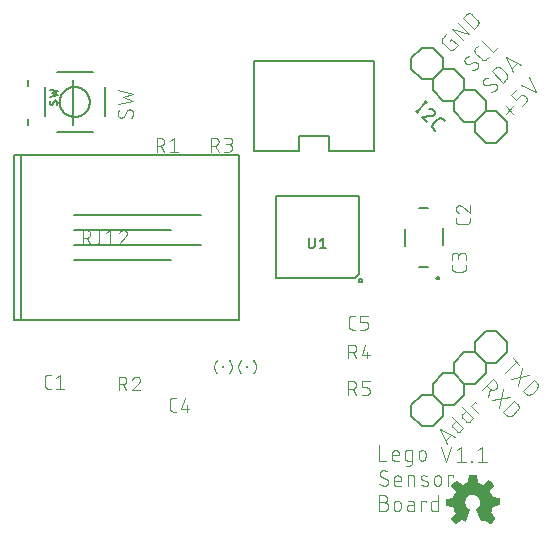
<source format=gbr>
G04 EAGLE Gerber RS-274X export*
G75*
%MOMM*%
%FSLAX34Y34*%
%LPD*%
%INSilkscreen Top*%
%IPPOS*%
%AMOC8*
5,1,8,0,0,1.08239X$1,22.5*%
G01*
%ADD10C,0.101600*%
%ADD11C,0.127000*%
%ADD12C,0.203200*%
%ADD13C,0.152400*%
%ADD14C,0.200000*%
%ADD15R,0.200000X0.200000*%
%ADD16R,0.250000X0.150000*%

G36*
X117519Y-243131D02*
X117519Y-243131D01*
X117572Y-243132D01*
X117595Y-243121D01*
X117606Y-243119D01*
X117616Y-243111D01*
X117646Y-243097D01*
X122727Y-239627D01*
X125514Y-241081D01*
X125547Y-241087D01*
X125577Y-241103D01*
X125615Y-241101D01*
X125652Y-241108D01*
X125684Y-241096D01*
X125717Y-241094D01*
X125748Y-241072D01*
X125784Y-241058D01*
X125804Y-241031D01*
X125831Y-241011D01*
X125864Y-240950D01*
X125868Y-240945D01*
X125868Y-240943D01*
X125870Y-240940D01*
X129426Y-230780D01*
X129430Y-230710D01*
X129434Y-230641D01*
X129434Y-230640D01*
X129434Y-230639D01*
X129400Y-230579D01*
X129366Y-230517D01*
X129365Y-230516D01*
X129363Y-230515D01*
X129300Y-230470D01*
X128062Y-229850D01*
X127007Y-228997D01*
X126848Y-228799D01*
X126158Y-227938D01*
X125556Y-226722D01*
X125229Y-225405D01*
X125191Y-224048D01*
X125444Y-222715D01*
X125977Y-221467D01*
X126765Y-220362D01*
X127771Y-219451D01*
X128949Y-218777D01*
X130243Y-218370D01*
X131596Y-218251D01*
X132904Y-218411D01*
X134152Y-218835D01*
X135288Y-219505D01*
X136264Y-220393D01*
X137037Y-221460D01*
X137577Y-222663D01*
X137861Y-223951D01*
X137875Y-225270D01*
X137621Y-226563D01*
X137108Y-227778D01*
X136358Y-228863D01*
X135403Y-229772D01*
X134261Y-230481D01*
X134218Y-230528D01*
X134173Y-230573D01*
X134171Y-230580D01*
X134166Y-230585D01*
X134155Y-230648D01*
X134141Y-230710D01*
X134143Y-230719D01*
X134142Y-230724D01*
X134146Y-230734D01*
X134159Y-230790D01*
X138096Y-240696D01*
X138107Y-240710D01*
X138111Y-240727D01*
X138149Y-240764D01*
X138182Y-240807D01*
X138199Y-240813D01*
X138212Y-240825D01*
X138264Y-240836D01*
X138315Y-240855D01*
X138332Y-240851D01*
X138349Y-240855D01*
X138428Y-240836D01*
X139952Y-240201D01*
X139962Y-240193D01*
X139995Y-240178D01*
X141376Y-239258D01*
X146314Y-242714D01*
X146367Y-242732D01*
X146417Y-242757D01*
X146432Y-242755D01*
X146447Y-242760D01*
X146501Y-242747D01*
X146557Y-242741D01*
X146575Y-242729D01*
X146584Y-242727D01*
X146593Y-242718D01*
X146626Y-242698D01*
X147642Y-241809D01*
X147645Y-241804D01*
X147654Y-241797D01*
X148543Y-240908D01*
X148546Y-240904D01*
X148553Y-240897D01*
X149569Y-239754D01*
X149572Y-239749D01*
X149580Y-239741D01*
X150469Y-238598D01*
X150487Y-238554D01*
X150512Y-238513D01*
X150512Y-238490D01*
X150521Y-238468D01*
X150512Y-238420D01*
X150512Y-238372D01*
X150497Y-238341D01*
X150495Y-238329D01*
X150488Y-238321D01*
X150477Y-238299D01*
X146886Y-233098D01*
X147694Y-231713D01*
X147697Y-231700D01*
X147715Y-231665D01*
X148223Y-230141D01*
X148224Y-230134D01*
X148229Y-230122D01*
X148697Y-228249D01*
X154760Y-227135D01*
X154816Y-227107D01*
X154874Y-227082D01*
X154879Y-227076D01*
X154886Y-227072D01*
X154919Y-227018D01*
X154954Y-226966D01*
X154956Y-226956D01*
X154959Y-226951D01*
X154958Y-226940D01*
X154967Y-226886D01*
X154967Y-223965D01*
X154965Y-223958D01*
X154966Y-223942D01*
X154839Y-222545D01*
X154839Y-222544D01*
X154839Y-222543D01*
X154712Y-221273D01*
X154693Y-221226D01*
X154682Y-221176D01*
X154667Y-221161D01*
X154660Y-221142D01*
X154618Y-221112D01*
X154582Y-221076D01*
X154555Y-221066D01*
X154545Y-221060D01*
X154534Y-221059D01*
X154506Y-221049D01*
X148434Y-219934D01*
X147971Y-218430D01*
X147966Y-218421D01*
X147960Y-218399D01*
X147325Y-217002D01*
X147319Y-216996D01*
X147313Y-216979D01*
X146428Y-215462D01*
X146373Y-215353D01*
X149840Y-210524D01*
X149857Y-210475D01*
X149882Y-210429D01*
X149880Y-210409D01*
X149887Y-210391D01*
X149875Y-210340D01*
X149872Y-210289D01*
X149858Y-210265D01*
X149856Y-210253D01*
X149847Y-210245D01*
X149832Y-210218D01*
X148816Y-208948D01*
X148808Y-208943D01*
X148797Y-208927D01*
X147527Y-207657D01*
X147522Y-207654D01*
X147515Y-207645D01*
X146499Y-206756D01*
X146491Y-206753D01*
X146479Y-206741D01*
X145590Y-206106D01*
X145548Y-206091D01*
X145511Y-206068D01*
X145483Y-206068D01*
X145457Y-206059D01*
X145414Y-206069D01*
X145370Y-206070D01*
X145332Y-206088D01*
X145320Y-206091D01*
X145314Y-206097D01*
X145297Y-206105D01*
X140220Y-209696D01*
X139216Y-209139D01*
X139209Y-209137D01*
X139196Y-209129D01*
X136910Y-208113D01*
X136897Y-208111D01*
X136862Y-208097D01*
X135883Y-207879D01*
X134770Y-201821D01*
X134746Y-201774D01*
X134730Y-201724D01*
X134715Y-201712D01*
X134707Y-201695D01*
X134662Y-201668D01*
X134621Y-201634D01*
X134596Y-201628D01*
X134586Y-201622D01*
X134574Y-201623D01*
X134542Y-201615D01*
X133018Y-201488D01*
X133011Y-201489D01*
X132997Y-201487D01*
X130076Y-201487D01*
X130068Y-201489D01*
X130051Y-201488D01*
X128781Y-201615D01*
X128732Y-201635D01*
X128680Y-201647D01*
X128667Y-201661D01*
X128650Y-201668D01*
X128619Y-201710D01*
X128582Y-201748D01*
X128574Y-201773D01*
X128568Y-201782D01*
X128567Y-201794D01*
X128556Y-201825D01*
X127565Y-207771D01*
X125805Y-208358D01*
X125801Y-208361D01*
X125791Y-208363D01*
X124521Y-208871D01*
X124513Y-208877D01*
X124489Y-208886D01*
X122853Y-209821D01*
X117906Y-206234D01*
X117858Y-206217D01*
X117813Y-206192D01*
X117793Y-206193D01*
X117773Y-206186D01*
X117723Y-206197D01*
X117673Y-206200D01*
X117647Y-206214D01*
X117635Y-206217D01*
X117627Y-206225D01*
X117602Y-206239D01*
X116459Y-207128D01*
X116453Y-207136D01*
X116435Y-207149D01*
X115165Y-208419D01*
X115162Y-208423D01*
X115155Y-208430D01*
X114143Y-209567D01*
X113514Y-210197D01*
X113484Y-210252D01*
X113450Y-210304D01*
X113450Y-210313D01*
X113446Y-210320D01*
X113450Y-210383D01*
X113449Y-210445D01*
X113454Y-210455D01*
X113454Y-210461D01*
X113461Y-210470D01*
X113484Y-210519D01*
X116948Y-215592D01*
X116270Y-216723D01*
X116268Y-216731D01*
X116257Y-216747D01*
X115495Y-218398D01*
X115493Y-218410D01*
X115481Y-218437D01*
X115104Y-219817D01*
X114785Y-220562D01*
X108699Y-221556D01*
X108640Y-221584D01*
X108580Y-221610D01*
X108577Y-221614D01*
X108572Y-221617D01*
X108537Y-221672D01*
X108500Y-221726D01*
X108499Y-221733D01*
X108497Y-221736D01*
X108497Y-221745D01*
X108487Y-221806D01*
X108487Y-227394D01*
X108505Y-227457D01*
X108521Y-227521D01*
X108524Y-227524D01*
X108526Y-227529D01*
X108575Y-227573D01*
X108622Y-227618D01*
X108629Y-227620D01*
X108631Y-227623D01*
X108640Y-227624D01*
X108699Y-227644D01*
X114764Y-228634D01*
X115228Y-230258D01*
X115228Y-230259D01*
X115228Y-230261D01*
X115609Y-231531D01*
X115616Y-231541D01*
X115626Y-231571D01*
X116134Y-232587D01*
X116137Y-232591D01*
X116141Y-232602D01*
X116947Y-233983D01*
X113361Y-238929D01*
X113341Y-238985D01*
X113316Y-239038D01*
X113318Y-239050D01*
X113313Y-239062D01*
X113325Y-239116D01*
X113325Y-239120D01*
X113327Y-239125D01*
X113333Y-239178D01*
X113342Y-239192D01*
X113344Y-239200D01*
X113353Y-239209D01*
X113377Y-239246D01*
X114393Y-240389D01*
X114397Y-240392D01*
X114403Y-240400D01*
X115292Y-241289D01*
X115296Y-241292D01*
X115303Y-241299D01*
X116446Y-242315D01*
X116447Y-242316D01*
X116449Y-242318D01*
X117338Y-243080D01*
X117387Y-243102D01*
X117431Y-243131D01*
X117450Y-243131D01*
X117466Y-243139D01*
X117519Y-243131D01*
G37*
D10*
X52508Y-176060D02*
X52508Y-189268D01*
X58378Y-189268D01*
X65234Y-189268D02*
X68903Y-189268D01*
X65234Y-189268D02*
X65143Y-189266D01*
X65052Y-189260D01*
X64962Y-189251D01*
X64872Y-189238D01*
X64782Y-189221D01*
X64694Y-189201D01*
X64606Y-189176D01*
X64519Y-189149D01*
X64434Y-189117D01*
X64350Y-189083D01*
X64267Y-189044D01*
X64186Y-189003D01*
X64107Y-188958D01*
X64030Y-188910D01*
X63955Y-188858D01*
X63882Y-188804D01*
X63811Y-188747D01*
X63743Y-188686D01*
X63678Y-188623D01*
X63615Y-188558D01*
X63554Y-188490D01*
X63497Y-188419D01*
X63443Y-188346D01*
X63391Y-188271D01*
X63343Y-188194D01*
X63298Y-188115D01*
X63257Y-188034D01*
X63218Y-187951D01*
X63184Y-187867D01*
X63152Y-187782D01*
X63125Y-187695D01*
X63100Y-187607D01*
X63080Y-187519D01*
X63063Y-187429D01*
X63050Y-187339D01*
X63041Y-187249D01*
X63035Y-187158D01*
X63033Y-187067D01*
X63032Y-187067D02*
X63032Y-183398D01*
X63033Y-183398D02*
X63035Y-183291D01*
X63041Y-183184D01*
X63051Y-183077D01*
X63064Y-182971D01*
X63082Y-182865D01*
X63103Y-182760D01*
X63128Y-182656D01*
X63157Y-182552D01*
X63190Y-182450D01*
X63227Y-182350D01*
X63267Y-182250D01*
X63311Y-182152D01*
X63358Y-182056D01*
X63409Y-181962D01*
X63463Y-181869D01*
X63520Y-181779D01*
X63581Y-181690D01*
X63645Y-181604D01*
X63712Y-181521D01*
X63782Y-181439D01*
X63855Y-181361D01*
X63931Y-181285D01*
X64009Y-181212D01*
X64091Y-181142D01*
X64174Y-181075D01*
X64260Y-181011D01*
X64349Y-180950D01*
X64439Y-180893D01*
X64532Y-180839D01*
X64626Y-180788D01*
X64722Y-180741D01*
X64820Y-180697D01*
X64920Y-180657D01*
X65020Y-180620D01*
X65122Y-180587D01*
X65226Y-180558D01*
X65330Y-180533D01*
X65435Y-180512D01*
X65541Y-180494D01*
X65647Y-180481D01*
X65754Y-180471D01*
X65861Y-180465D01*
X65968Y-180463D01*
X66075Y-180465D01*
X66182Y-180471D01*
X66289Y-180481D01*
X66395Y-180494D01*
X66501Y-180512D01*
X66606Y-180533D01*
X66710Y-180558D01*
X66814Y-180587D01*
X66916Y-180620D01*
X67016Y-180657D01*
X67116Y-180697D01*
X67214Y-180741D01*
X67310Y-180788D01*
X67404Y-180839D01*
X67497Y-180893D01*
X67587Y-180950D01*
X67676Y-181011D01*
X67762Y-181075D01*
X67845Y-181142D01*
X67927Y-181212D01*
X68005Y-181285D01*
X68081Y-181361D01*
X68154Y-181439D01*
X68224Y-181521D01*
X68291Y-181604D01*
X68355Y-181690D01*
X68416Y-181779D01*
X68473Y-181869D01*
X68527Y-181962D01*
X68578Y-182056D01*
X68625Y-182152D01*
X68669Y-182250D01*
X68709Y-182350D01*
X68746Y-182450D01*
X68779Y-182552D01*
X68808Y-182656D01*
X68833Y-182760D01*
X68854Y-182865D01*
X68872Y-182971D01*
X68885Y-183077D01*
X68895Y-183184D01*
X68901Y-183291D01*
X68903Y-183398D01*
X68903Y-184865D01*
X63032Y-184865D01*
X76266Y-189268D02*
X79935Y-189268D01*
X76266Y-189268D02*
X76175Y-189266D01*
X76084Y-189260D01*
X75994Y-189251D01*
X75904Y-189238D01*
X75814Y-189221D01*
X75726Y-189201D01*
X75638Y-189176D01*
X75551Y-189149D01*
X75466Y-189117D01*
X75382Y-189083D01*
X75299Y-189044D01*
X75218Y-189003D01*
X75139Y-188958D01*
X75062Y-188910D01*
X74987Y-188858D01*
X74914Y-188804D01*
X74843Y-188747D01*
X74775Y-188686D01*
X74710Y-188623D01*
X74647Y-188558D01*
X74586Y-188490D01*
X74529Y-188419D01*
X74475Y-188346D01*
X74423Y-188271D01*
X74375Y-188194D01*
X74330Y-188115D01*
X74289Y-188034D01*
X74250Y-187951D01*
X74216Y-187867D01*
X74184Y-187782D01*
X74157Y-187695D01*
X74132Y-187607D01*
X74112Y-187519D01*
X74095Y-187429D01*
X74082Y-187339D01*
X74073Y-187249D01*
X74067Y-187158D01*
X74065Y-187067D01*
X74065Y-182664D01*
X74067Y-182573D01*
X74073Y-182482D01*
X74082Y-182392D01*
X74095Y-182302D01*
X74112Y-182212D01*
X74132Y-182124D01*
X74157Y-182036D01*
X74184Y-181949D01*
X74216Y-181864D01*
X74250Y-181780D01*
X74289Y-181697D01*
X74330Y-181616D01*
X74375Y-181537D01*
X74423Y-181460D01*
X74475Y-181385D01*
X74529Y-181312D01*
X74586Y-181241D01*
X74647Y-181173D01*
X74710Y-181108D01*
X74775Y-181045D01*
X74843Y-180984D01*
X74914Y-180927D01*
X74987Y-180873D01*
X75062Y-180821D01*
X75139Y-180773D01*
X75218Y-180728D01*
X75299Y-180687D01*
X75382Y-180648D01*
X75466Y-180614D01*
X75551Y-180582D01*
X75638Y-180555D01*
X75726Y-180530D01*
X75814Y-180510D01*
X75904Y-180493D01*
X75994Y-180480D01*
X76084Y-180471D01*
X76175Y-180465D01*
X76266Y-180463D01*
X79935Y-180463D01*
X79935Y-191469D01*
X79933Y-191560D01*
X79927Y-191651D01*
X79918Y-191741D01*
X79905Y-191831D01*
X79888Y-191921D01*
X79868Y-192009D01*
X79843Y-192097D01*
X79816Y-192184D01*
X79784Y-192269D01*
X79750Y-192353D01*
X79711Y-192436D01*
X79670Y-192517D01*
X79625Y-192596D01*
X79577Y-192673D01*
X79525Y-192748D01*
X79471Y-192821D01*
X79414Y-192892D01*
X79353Y-192960D01*
X79290Y-193025D01*
X79225Y-193088D01*
X79157Y-193149D01*
X79086Y-193206D01*
X79013Y-193260D01*
X78938Y-193312D01*
X78861Y-193360D01*
X78782Y-193405D01*
X78701Y-193446D01*
X78618Y-193485D01*
X78534Y-193519D01*
X78449Y-193551D01*
X78362Y-193578D01*
X78274Y-193603D01*
X78186Y-193623D01*
X78096Y-193640D01*
X78006Y-193653D01*
X77916Y-193662D01*
X77825Y-193668D01*
X77734Y-193670D01*
X77734Y-193671D02*
X74798Y-193671D01*
X85649Y-186333D02*
X85649Y-183398D01*
X85651Y-183291D01*
X85657Y-183184D01*
X85667Y-183077D01*
X85680Y-182971D01*
X85698Y-182865D01*
X85719Y-182760D01*
X85744Y-182656D01*
X85773Y-182552D01*
X85806Y-182450D01*
X85843Y-182350D01*
X85883Y-182250D01*
X85927Y-182152D01*
X85974Y-182056D01*
X86025Y-181962D01*
X86079Y-181869D01*
X86136Y-181779D01*
X86197Y-181690D01*
X86261Y-181604D01*
X86328Y-181521D01*
X86398Y-181439D01*
X86471Y-181361D01*
X86547Y-181285D01*
X86625Y-181212D01*
X86707Y-181142D01*
X86790Y-181075D01*
X86876Y-181011D01*
X86965Y-180950D01*
X87055Y-180893D01*
X87148Y-180839D01*
X87242Y-180788D01*
X87338Y-180741D01*
X87436Y-180697D01*
X87536Y-180657D01*
X87636Y-180620D01*
X87738Y-180587D01*
X87842Y-180558D01*
X87946Y-180533D01*
X88051Y-180512D01*
X88157Y-180494D01*
X88263Y-180481D01*
X88370Y-180471D01*
X88477Y-180465D01*
X88584Y-180463D01*
X88691Y-180465D01*
X88798Y-180471D01*
X88905Y-180481D01*
X89011Y-180494D01*
X89117Y-180512D01*
X89222Y-180533D01*
X89326Y-180558D01*
X89430Y-180587D01*
X89532Y-180620D01*
X89632Y-180657D01*
X89732Y-180697D01*
X89830Y-180741D01*
X89926Y-180788D01*
X90020Y-180839D01*
X90113Y-180893D01*
X90203Y-180950D01*
X90292Y-181011D01*
X90378Y-181075D01*
X90461Y-181142D01*
X90543Y-181212D01*
X90621Y-181285D01*
X90697Y-181361D01*
X90770Y-181439D01*
X90840Y-181521D01*
X90907Y-181604D01*
X90971Y-181690D01*
X91032Y-181779D01*
X91089Y-181869D01*
X91143Y-181962D01*
X91194Y-182056D01*
X91241Y-182152D01*
X91285Y-182250D01*
X91325Y-182350D01*
X91362Y-182450D01*
X91395Y-182552D01*
X91424Y-182656D01*
X91449Y-182760D01*
X91470Y-182865D01*
X91488Y-182971D01*
X91501Y-183077D01*
X91511Y-183184D01*
X91517Y-183291D01*
X91519Y-183398D01*
X91519Y-186333D01*
X91517Y-186440D01*
X91511Y-186547D01*
X91501Y-186654D01*
X91488Y-186760D01*
X91470Y-186866D01*
X91449Y-186971D01*
X91424Y-187075D01*
X91395Y-187179D01*
X91362Y-187281D01*
X91325Y-187381D01*
X91285Y-187481D01*
X91241Y-187579D01*
X91194Y-187675D01*
X91143Y-187769D01*
X91089Y-187862D01*
X91032Y-187952D01*
X90971Y-188041D01*
X90907Y-188127D01*
X90840Y-188210D01*
X90770Y-188292D01*
X90697Y-188370D01*
X90621Y-188446D01*
X90543Y-188519D01*
X90461Y-188589D01*
X90378Y-188656D01*
X90292Y-188720D01*
X90203Y-188781D01*
X90113Y-188838D01*
X90020Y-188892D01*
X89926Y-188943D01*
X89830Y-188990D01*
X89732Y-189034D01*
X89632Y-189074D01*
X89532Y-189111D01*
X89430Y-189144D01*
X89326Y-189173D01*
X89222Y-189198D01*
X89117Y-189219D01*
X89011Y-189237D01*
X88905Y-189250D01*
X88798Y-189260D01*
X88691Y-189266D01*
X88584Y-189268D01*
X88477Y-189266D01*
X88370Y-189260D01*
X88263Y-189250D01*
X88157Y-189237D01*
X88051Y-189219D01*
X87946Y-189198D01*
X87842Y-189173D01*
X87738Y-189144D01*
X87636Y-189111D01*
X87536Y-189074D01*
X87436Y-189034D01*
X87338Y-188990D01*
X87242Y-188943D01*
X87148Y-188892D01*
X87055Y-188838D01*
X86965Y-188781D01*
X86876Y-188720D01*
X86790Y-188656D01*
X86707Y-188589D01*
X86625Y-188519D01*
X86547Y-188446D01*
X86471Y-188370D01*
X86398Y-188292D01*
X86328Y-188210D01*
X86261Y-188127D01*
X86197Y-188041D01*
X86136Y-187952D01*
X86079Y-187862D01*
X86025Y-187769D01*
X85974Y-187675D01*
X85927Y-187579D01*
X85883Y-187481D01*
X85843Y-187381D01*
X85806Y-187281D01*
X85773Y-187179D01*
X85744Y-187075D01*
X85719Y-186971D01*
X85698Y-186866D01*
X85680Y-186760D01*
X85667Y-186654D01*
X85657Y-186547D01*
X85651Y-186440D01*
X85649Y-186333D01*
X59846Y-207669D02*
X59844Y-207776D01*
X59838Y-207883D01*
X59828Y-207990D01*
X59815Y-208096D01*
X59797Y-208202D01*
X59776Y-208307D01*
X59751Y-208411D01*
X59722Y-208515D01*
X59689Y-208617D01*
X59652Y-208717D01*
X59612Y-208817D01*
X59568Y-208915D01*
X59521Y-209011D01*
X59470Y-209105D01*
X59416Y-209198D01*
X59359Y-209288D01*
X59298Y-209377D01*
X59234Y-209463D01*
X59167Y-209546D01*
X59097Y-209628D01*
X59024Y-209706D01*
X58948Y-209782D01*
X58870Y-209855D01*
X58788Y-209925D01*
X58705Y-209992D01*
X58619Y-210056D01*
X58530Y-210117D01*
X58440Y-210174D01*
X58347Y-210228D01*
X58253Y-210279D01*
X58157Y-210326D01*
X58059Y-210370D01*
X57959Y-210410D01*
X57859Y-210447D01*
X57757Y-210480D01*
X57653Y-210509D01*
X57549Y-210534D01*
X57444Y-210555D01*
X57338Y-210573D01*
X57232Y-210586D01*
X57125Y-210596D01*
X57018Y-210602D01*
X56911Y-210604D01*
X56758Y-210602D01*
X56605Y-210596D01*
X56452Y-210587D01*
X56300Y-210574D01*
X56148Y-210557D01*
X55996Y-210536D01*
X55845Y-210512D01*
X55695Y-210484D01*
X55545Y-210452D01*
X55397Y-210416D01*
X55249Y-210377D01*
X55102Y-210334D01*
X54956Y-210288D01*
X54812Y-210238D01*
X54668Y-210184D01*
X54526Y-210127D01*
X54386Y-210067D01*
X54247Y-210002D01*
X54110Y-209935D01*
X53974Y-209864D01*
X53840Y-209790D01*
X53708Y-209713D01*
X53578Y-209632D01*
X53450Y-209548D01*
X53324Y-209461D01*
X53201Y-209371D01*
X53079Y-209278D01*
X52960Y-209182D01*
X52844Y-209083D01*
X52729Y-208982D01*
X52618Y-208877D01*
X52509Y-208770D01*
X52875Y-200331D02*
X52877Y-200224D01*
X52883Y-200117D01*
X52893Y-200010D01*
X52906Y-199904D01*
X52924Y-199798D01*
X52945Y-199693D01*
X52970Y-199589D01*
X52999Y-199485D01*
X53032Y-199383D01*
X53069Y-199283D01*
X53109Y-199183D01*
X53153Y-199085D01*
X53200Y-198989D01*
X53251Y-198895D01*
X53305Y-198802D01*
X53362Y-198712D01*
X53423Y-198623D01*
X53487Y-198537D01*
X53554Y-198454D01*
X53624Y-198372D01*
X53697Y-198294D01*
X53773Y-198218D01*
X53851Y-198145D01*
X53933Y-198075D01*
X54016Y-198008D01*
X54102Y-197944D01*
X54191Y-197883D01*
X54281Y-197826D01*
X54374Y-197772D01*
X54468Y-197721D01*
X54564Y-197674D01*
X54662Y-197630D01*
X54762Y-197590D01*
X54862Y-197553D01*
X54964Y-197520D01*
X55068Y-197491D01*
X55172Y-197466D01*
X55277Y-197445D01*
X55383Y-197427D01*
X55489Y-197414D01*
X55596Y-197404D01*
X55703Y-197398D01*
X55810Y-197396D01*
X55958Y-197398D01*
X56105Y-197404D01*
X56252Y-197414D01*
X56399Y-197428D01*
X56546Y-197445D01*
X56691Y-197467D01*
X56837Y-197493D01*
X56981Y-197522D01*
X57125Y-197555D01*
X57268Y-197593D01*
X57410Y-197634D01*
X57550Y-197678D01*
X57690Y-197727D01*
X57828Y-197779D01*
X57964Y-197835D01*
X58099Y-197895D01*
X58232Y-197958D01*
X58364Y-198025D01*
X58494Y-198095D01*
X58622Y-198168D01*
X58747Y-198246D01*
X58871Y-198326D01*
X58993Y-198410D01*
X59112Y-198497D01*
X54343Y-202899D02*
X54252Y-202843D01*
X54163Y-202784D01*
X54076Y-202722D01*
X53992Y-202657D01*
X53909Y-202589D01*
X53830Y-202518D01*
X53753Y-202444D01*
X53679Y-202367D01*
X53607Y-202288D01*
X53539Y-202206D01*
X53473Y-202122D01*
X53410Y-202035D01*
X53351Y-201947D01*
X53295Y-201856D01*
X53242Y-201763D01*
X53192Y-201669D01*
X53146Y-201573D01*
X53103Y-201475D01*
X53064Y-201376D01*
X53028Y-201275D01*
X52996Y-201173D01*
X52968Y-201070D01*
X52944Y-200966D01*
X52923Y-200862D01*
X52906Y-200756D01*
X52892Y-200651D01*
X52883Y-200544D01*
X52877Y-200438D01*
X52875Y-200331D01*
X58378Y-205101D02*
X58469Y-205157D01*
X58558Y-205216D01*
X58645Y-205278D01*
X58730Y-205343D01*
X58812Y-205411D01*
X58891Y-205482D01*
X58968Y-205556D01*
X59042Y-205633D01*
X59114Y-205712D01*
X59182Y-205794D01*
X59248Y-205878D01*
X59311Y-205965D01*
X59370Y-206053D01*
X59426Y-206144D01*
X59479Y-206237D01*
X59529Y-206331D01*
X59575Y-206427D01*
X59618Y-206525D01*
X59657Y-206624D01*
X59693Y-206725D01*
X59725Y-206827D01*
X59753Y-206930D01*
X59777Y-207034D01*
X59798Y-207138D01*
X59815Y-207244D01*
X59829Y-207349D01*
X59838Y-207456D01*
X59844Y-207562D01*
X59846Y-207669D01*
X58378Y-205101D02*
X54342Y-202899D01*
X66965Y-210604D02*
X70633Y-210604D01*
X66965Y-210604D02*
X66874Y-210602D01*
X66783Y-210596D01*
X66693Y-210587D01*
X66603Y-210574D01*
X66513Y-210557D01*
X66425Y-210537D01*
X66337Y-210512D01*
X66250Y-210485D01*
X66165Y-210453D01*
X66081Y-210419D01*
X65998Y-210380D01*
X65917Y-210339D01*
X65838Y-210294D01*
X65761Y-210246D01*
X65686Y-210194D01*
X65613Y-210140D01*
X65542Y-210083D01*
X65474Y-210022D01*
X65409Y-209959D01*
X65346Y-209894D01*
X65285Y-209826D01*
X65228Y-209755D01*
X65174Y-209682D01*
X65122Y-209607D01*
X65074Y-209530D01*
X65029Y-209451D01*
X64988Y-209370D01*
X64949Y-209287D01*
X64915Y-209203D01*
X64883Y-209118D01*
X64856Y-209031D01*
X64831Y-208943D01*
X64811Y-208855D01*
X64794Y-208765D01*
X64781Y-208675D01*
X64772Y-208585D01*
X64766Y-208494D01*
X64764Y-208403D01*
X64763Y-208403D02*
X64763Y-204734D01*
X64765Y-204627D01*
X64771Y-204520D01*
X64781Y-204413D01*
X64794Y-204307D01*
X64812Y-204201D01*
X64833Y-204096D01*
X64858Y-203992D01*
X64887Y-203888D01*
X64920Y-203786D01*
X64957Y-203686D01*
X64997Y-203586D01*
X65041Y-203488D01*
X65088Y-203392D01*
X65139Y-203298D01*
X65193Y-203205D01*
X65250Y-203115D01*
X65311Y-203026D01*
X65375Y-202940D01*
X65442Y-202857D01*
X65512Y-202775D01*
X65585Y-202697D01*
X65661Y-202621D01*
X65739Y-202548D01*
X65821Y-202478D01*
X65904Y-202411D01*
X65990Y-202347D01*
X66079Y-202286D01*
X66169Y-202229D01*
X66262Y-202175D01*
X66356Y-202124D01*
X66452Y-202077D01*
X66550Y-202033D01*
X66650Y-201993D01*
X66750Y-201956D01*
X66852Y-201923D01*
X66956Y-201894D01*
X67060Y-201869D01*
X67165Y-201848D01*
X67271Y-201830D01*
X67377Y-201817D01*
X67484Y-201807D01*
X67591Y-201801D01*
X67698Y-201799D01*
X67805Y-201801D01*
X67912Y-201807D01*
X68019Y-201817D01*
X68125Y-201830D01*
X68231Y-201848D01*
X68336Y-201869D01*
X68440Y-201894D01*
X68544Y-201923D01*
X68646Y-201956D01*
X68746Y-201993D01*
X68846Y-202033D01*
X68944Y-202077D01*
X69040Y-202124D01*
X69134Y-202175D01*
X69227Y-202229D01*
X69317Y-202286D01*
X69406Y-202347D01*
X69492Y-202411D01*
X69575Y-202478D01*
X69657Y-202548D01*
X69735Y-202621D01*
X69811Y-202697D01*
X69884Y-202775D01*
X69954Y-202857D01*
X70021Y-202940D01*
X70085Y-203026D01*
X70146Y-203115D01*
X70203Y-203205D01*
X70257Y-203298D01*
X70308Y-203392D01*
X70355Y-203488D01*
X70399Y-203586D01*
X70439Y-203686D01*
X70476Y-203786D01*
X70509Y-203888D01*
X70538Y-203992D01*
X70563Y-204096D01*
X70584Y-204201D01*
X70602Y-204307D01*
X70615Y-204413D01*
X70625Y-204520D01*
X70631Y-204627D01*
X70633Y-204734D01*
X70633Y-206201D01*
X64763Y-206201D01*
X76285Y-210604D02*
X76285Y-201799D01*
X79954Y-201799D01*
X80047Y-201801D01*
X80141Y-201807D01*
X80234Y-201817D01*
X80326Y-201831D01*
X80418Y-201848D01*
X80509Y-201870D01*
X80598Y-201895D01*
X80687Y-201925D01*
X80775Y-201958D01*
X80861Y-201994D01*
X80945Y-202035D01*
X81027Y-202078D01*
X81108Y-202126D01*
X81186Y-202176D01*
X81263Y-202230D01*
X81337Y-202288D01*
X81408Y-202348D01*
X81477Y-202411D01*
X81543Y-202477D01*
X81606Y-202546D01*
X81666Y-202617D01*
X81724Y-202691D01*
X81778Y-202767D01*
X81828Y-202846D01*
X81875Y-202927D01*
X81919Y-203009D01*
X81960Y-203093D01*
X81996Y-203179D01*
X82029Y-203267D01*
X82059Y-203355D01*
X82084Y-203445D01*
X82106Y-203536D01*
X82123Y-203628D01*
X82137Y-203720D01*
X82147Y-203813D01*
X82153Y-203907D01*
X82155Y-204000D01*
X82155Y-210604D01*
X88907Y-205468D02*
X92576Y-206935D01*
X88906Y-205468D02*
X88827Y-205434D01*
X88749Y-205396D01*
X88672Y-205355D01*
X88598Y-205311D01*
X88526Y-205263D01*
X88456Y-205212D01*
X88389Y-205158D01*
X88324Y-205101D01*
X88261Y-205040D01*
X88202Y-204978D01*
X88145Y-204912D01*
X88092Y-204844D01*
X88041Y-204774D01*
X87994Y-204701D01*
X87950Y-204626D01*
X87910Y-204550D01*
X87873Y-204471D01*
X87840Y-204392D01*
X87810Y-204310D01*
X87784Y-204228D01*
X87762Y-204144D01*
X87744Y-204059D01*
X87730Y-203974D01*
X87719Y-203888D01*
X87713Y-203802D01*
X87710Y-203715D01*
X87711Y-203628D01*
X87717Y-203542D01*
X87726Y-203456D01*
X87739Y-203370D01*
X87756Y-203285D01*
X87777Y-203201D01*
X87801Y-203118D01*
X87830Y-203037D01*
X87862Y-202956D01*
X87897Y-202877D01*
X87937Y-202800D01*
X87979Y-202725D01*
X88026Y-202652D01*
X88075Y-202580D01*
X88127Y-202512D01*
X88183Y-202445D01*
X88242Y-202382D01*
X88303Y-202321D01*
X88367Y-202262D01*
X88434Y-202207D01*
X88503Y-202155D01*
X88575Y-202106D01*
X88648Y-202061D01*
X88724Y-202019D01*
X88801Y-201980D01*
X88880Y-201945D01*
X88961Y-201913D01*
X89043Y-201885D01*
X89126Y-201861D01*
X89210Y-201841D01*
X89295Y-201825D01*
X89381Y-201812D01*
X89467Y-201804D01*
X89554Y-201799D01*
X89640Y-201798D01*
X89640Y-201799D02*
X89840Y-201804D01*
X90040Y-201814D01*
X90240Y-201829D01*
X90440Y-201849D01*
X90639Y-201873D01*
X90837Y-201903D01*
X91034Y-201937D01*
X91231Y-201975D01*
X91426Y-202019D01*
X91621Y-202067D01*
X91814Y-202120D01*
X92006Y-202177D01*
X92197Y-202239D01*
X92386Y-202306D01*
X92573Y-202377D01*
X92758Y-202453D01*
X92942Y-202533D01*
X92576Y-206935D02*
X92655Y-206969D01*
X92733Y-207007D01*
X92810Y-207048D01*
X92884Y-207092D01*
X92956Y-207140D01*
X93026Y-207191D01*
X93093Y-207245D01*
X93158Y-207302D01*
X93221Y-207363D01*
X93280Y-207425D01*
X93337Y-207491D01*
X93390Y-207559D01*
X93441Y-207629D01*
X93488Y-207702D01*
X93532Y-207777D01*
X93572Y-207853D01*
X93609Y-207932D01*
X93642Y-208011D01*
X93672Y-208093D01*
X93698Y-208175D01*
X93720Y-208259D01*
X93738Y-208344D01*
X93752Y-208429D01*
X93763Y-208515D01*
X93769Y-208601D01*
X93772Y-208688D01*
X93771Y-208775D01*
X93765Y-208861D01*
X93756Y-208947D01*
X93743Y-209033D01*
X93726Y-209118D01*
X93705Y-209202D01*
X93681Y-209285D01*
X93652Y-209366D01*
X93620Y-209447D01*
X93585Y-209526D01*
X93545Y-209603D01*
X93503Y-209678D01*
X93456Y-209751D01*
X93407Y-209823D01*
X93355Y-209891D01*
X93299Y-209958D01*
X93240Y-210021D01*
X93179Y-210082D01*
X93115Y-210141D01*
X93048Y-210196D01*
X92979Y-210248D01*
X92907Y-210297D01*
X92834Y-210342D01*
X92758Y-210384D01*
X92681Y-210423D01*
X92602Y-210458D01*
X92521Y-210490D01*
X92439Y-210518D01*
X92356Y-210542D01*
X92272Y-210562D01*
X92187Y-210578D01*
X92101Y-210591D01*
X92015Y-210599D01*
X91928Y-210604D01*
X91842Y-210605D01*
X91842Y-210604D02*
X91548Y-210596D01*
X91254Y-210581D01*
X90960Y-210560D01*
X90667Y-210531D01*
X90375Y-210496D01*
X90084Y-210453D01*
X89794Y-210404D01*
X89505Y-210348D01*
X89217Y-210285D01*
X88931Y-210216D01*
X88647Y-210139D01*
X88365Y-210056D01*
X88085Y-209966D01*
X87806Y-209870D01*
X98901Y-207669D02*
X98901Y-204734D01*
X98903Y-204627D01*
X98909Y-204520D01*
X98919Y-204413D01*
X98932Y-204307D01*
X98950Y-204201D01*
X98971Y-204096D01*
X98996Y-203992D01*
X99025Y-203888D01*
X99058Y-203786D01*
X99095Y-203686D01*
X99135Y-203586D01*
X99179Y-203488D01*
X99226Y-203392D01*
X99277Y-203298D01*
X99331Y-203205D01*
X99388Y-203115D01*
X99449Y-203026D01*
X99513Y-202940D01*
X99580Y-202857D01*
X99650Y-202775D01*
X99723Y-202697D01*
X99799Y-202621D01*
X99877Y-202548D01*
X99959Y-202478D01*
X100042Y-202411D01*
X100128Y-202347D01*
X100217Y-202286D01*
X100307Y-202229D01*
X100400Y-202175D01*
X100494Y-202124D01*
X100590Y-202077D01*
X100688Y-202033D01*
X100788Y-201993D01*
X100888Y-201956D01*
X100990Y-201923D01*
X101094Y-201894D01*
X101198Y-201869D01*
X101303Y-201848D01*
X101409Y-201830D01*
X101515Y-201817D01*
X101622Y-201807D01*
X101729Y-201801D01*
X101836Y-201799D01*
X101943Y-201801D01*
X102050Y-201807D01*
X102157Y-201817D01*
X102263Y-201830D01*
X102369Y-201848D01*
X102474Y-201869D01*
X102578Y-201894D01*
X102682Y-201923D01*
X102784Y-201956D01*
X102884Y-201993D01*
X102984Y-202033D01*
X103082Y-202077D01*
X103178Y-202124D01*
X103272Y-202175D01*
X103365Y-202229D01*
X103455Y-202286D01*
X103544Y-202347D01*
X103630Y-202411D01*
X103713Y-202478D01*
X103795Y-202548D01*
X103873Y-202621D01*
X103949Y-202697D01*
X104022Y-202775D01*
X104092Y-202857D01*
X104159Y-202940D01*
X104223Y-203026D01*
X104284Y-203115D01*
X104341Y-203205D01*
X104395Y-203298D01*
X104446Y-203392D01*
X104493Y-203488D01*
X104537Y-203586D01*
X104577Y-203686D01*
X104614Y-203786D01*
X104647Y-203888D01*
X104676Y-203992D01*
X104701Y-204096D01*
X104722Y-204201D01*
X104740Y-204307D01*
X104753Y-204413D01*
X104763Y-204520D01*
X104769Y-204627D01*
X104771Y-204734D01*
X104771Y-207669D01*
X104769Y-207776D01*
X104763Y-207883D01*
X104753Y-207990D01*
X104740Y-208096D01*
X104722Y-208202D01*
X104701Y-208307D01*
X104676Y-208411D01*
X104647Y-208515D01*
X104614Y-208617D01*
X104577Y-208717D01*
X104537Y-208817D01*
X104493Y-208915D01*
X104446Y-209011D01*
X104395Y-209105D01*
X104341Y-209198D01*
X104284Y-209288D01*
X104223Y-209377D01*
X104159Y-209463D01*
X104092Y-209546D01*
X104022Y-209628D01*
X103949Y-209706D01*
X103873Y-209782D01*
X103795Y-209855D01*
X103713Y-209925D01*
X103630Y-209992D01*
X103544Y-210056D01*
X103455Y-210117D01*
X103365Y-210174D01*
X103272Y-210228D01*
X103178Y-210279D01*
X103082Y-210326D01*
X102984Y-210370D01*
X102884Y-210410D01*
X102784Y-210447D01*
X102682Y-210480D01*
X102578Y-210509D01*
X102474Y-210534D01*
X102369Y-210555D01*
X102263Y-210573D01*
X102157Y-210586D01*
X102050Y-210596D01*
X101943Y-210602D01*
X101836Y-210604D01*
X101729Y-210602D01*
X101622Y-210596D01*
X101515Y-210586D01*
X101409Y-210573D01*
X101303Y-210555D01*
X101198Y-210534D01*
X101094Y-210509D01*
X100990Y-210480D01*
X100888Y-210447D01*
X100788Y-210410D01*
X100688Y-210370D01*
X100590Y-210326D01*
X100494Y-210279D01*
X100400Y-210228D01*
X100307Y-210174D01*
X100217Y-210117D01*
X100128Y-210056D01*
X100042Y-209992D01*
X99959Y-209925D01*
X99877Y-209855D01*
X99799Y-209782D01*
X99723Y-209706D01*
X99650Y-209628D01*
X99580Y-209546D01*
X99513Y-209463D01*
X99449Y-209377D01*
X99388Y-209288D01*
X99331Y-209198D01*
X99277Y-209105D01*
X99226Y-209011D01*
X99179Y-208915D01*
X99135Y-208817D01*
X99095Y-208717D01*
X99058Y-208617D01*
X99025Y-208515D01*
X98996Y-208411D01*
X98971Y-208307D01*
X98950Y-208202D01*
X98932Y-208096D01*
X98919Y-207990D01*
X98909Y-207883D01*
X98903Y-207776D01*
X98901Y-207669D01*
X110493Y-210604D02*
X110493Y-201799D01*
X114895Y-201799D01*
X114895Y-203266D01*
X56177Y-224602D02*
X52508Y-224602D01*
X56177Y-224602D02*
X56297Y-224604D01*
X56417Y-224610D01*
X56537Y-224620D01*
X56656Y-224633D01*
X56775Y-224651D01*
X56893Y-224672D01*
X57010Y-224698D01*
X57127Y-224727D01*
X57242Y-224760D01*
X57356Y-224797D01*
X57469Y-224837D01*
X57581Y-224881D01*
X57691Y-224929D01*
X57800Y-224980D01*
X57907Y-225035D01*
X58011Y-225094D01*
X58114Y-225155D01*
X58215Y-225220D01*
X58314Y-225289D01*
X58411Y-225360D01*
X58505Y-225435D01*
X58596Y-225512D01*
X58685Y-225593D01*
X58771Y-225677D01*
X58855Y-225763D01*
X58936Y-225852D01*
X59013Y-225943D01*
X59088Y-226037D01*
X59159Y-226134D01*
X59228Y-226233D01*
X59293Y-226334D01*
X59354Y-226436D01*
X59413Y-226541D01*
X59468Y-226648D01*
X59519Y-226757D01*
X59567Y-226867D01*
X59611Y-226979D01*
X59651Y-227092D01*
X59688Y-227206D01*
X59721Y-227321D01*
X59750Y-227438D01*
X59776Y-227555D01*
X59797Y-227673D01*
X59815Y-227792D01*
X59828Y-227911D01*
X59838Y-228031D01*
X59844Y-228151D01*
X59846Y-228271D01*
X59844Y-228391D01*
X59838Y-228511D01*
X59828Y-228631D01*
X59815Y-228750D01*
X59797Y-228869D01*
X59776Y-228987D01*
X59750Y-229104D01*
X59721Y-229221D01*
X59688Y-229336D01*
X59651Y-229450D01*
X59611Y-229563D01*
X59567Y-229675D01*
X59519Y-229785D01*
X59468Y-229894D01*
X59413Y-230001D01*
X59354Y-230105D01*
X59293Y-230208D01*
X59228Y-230309D01*
X59159Y-230408D01*
X59088Y-230505D01*
X59013Y-230599D01*
X58936Y-230690D01*
X58855Y-230779D01*
X58771Y-230865D01*
X58685Y-230949D01*
X58596Y-231030D01*
X58505Y-231107D01*
X58411Y-231182D01*
X58314Y-231253D01*
X58215Y-231322D01*
X58114Y-231387D01*
X58012Y-231448D01*
X57907Y-231507D01*
X57800Y-231562D01*
X57691Y-231613D01*
X57581Y-231661D01*
X57469Y-231705D01*
X57356Y-231745D01*
X57242Y-231782D01*
X57127Y-231815D01*
X57010Y-231844D01*
X56893Y-231870D01*
X56775Y-231891D01*
X56656Y-231909D01*
X56537Y-231922D01*
X56417Y-231932D01*
X56297Y-231938D01*
X56177Y-231940D01*
X52508Y-231940D01*
X52508Y-218732D01*
X56177Y-218732D01*
X56284Y-218734D01*
X56391Y-218740D01*
X56498Y-218750D01*
X56604Y-218763D01*
X56710Y-218781D01*
X56815Y-218802D01*
X56919Y-218827D01*
X57023Y-218856D01*
X57125Y-218889D01*
X57225Y-218926D01*
X57325Y-218966D01*
X57423Y-219010D01*
X57519Y-219057D01*
X57613Y-219108D01*
X57706Y-219162D01*
X57796Y-219219D01*
X57885Y-219280D01*
X57971Y-219344D01*
X58054Y-219411D01*
X58136Y-219481D01*
X58214Y-219554D01*
X58290Y-219630D01*
X58363Y-219708D01*
X58433Y-219790D01*
X58500Y-219873D01*
X58564Y-219959D01*
X58625Y-220048D01*
X58682Y-220138D01*
X58736Y-220231D01*
X58787Y-220325D01*
X58834Y-220421D01*
X58878Y-220519D01*
X58918Y-220619D01*
X58955Y-220719D01*
X58988Y-220821D01*
X59017Y-220925D01*
X59042Y-221029D01*
X59063Y-221134D01*
X59081Y-221240D01*
X59094Y-221346D01*
X59104Y-221453D01*
X59110Y-221560D01*
X59112Y-221667D01*
X59110Y-221774D01*
X59104Y-221881D01*
X59094Y-221988D01*
X59081Y-222094D01*
X59063Y-222200D01*
X59042Y-222305D01*
X59017Y-222409D01*
X58988Y-222513D01*
X58955Y-222615D01*
X58918Y-222715D01*
X58878Y-222815D01*
X58834Y-222913D01*
X58787Y-223009D01*
X58736Y-223103D01*
X58682Y-223196D01*
X58625Y-223286D01*
X58564Y-223375D01*
X58500Y-223461D01*
X58433Y-223544D01*
X58363Y-223626D01*
X58290Y-223704D01*
X58214Y-223780D01*
X58136Y-223853D01*
X58054Y-223923D01*
X57971Y-223990D01*
X57885Y-224054D01*
X57796Y-224115D01*
X57706Y-224172D01*
X57613Y-224226D01*
X57519Y-224277D01*
X57423Y-224324D01*
X57325Y-224368D01*
X57225Y-224408D01*
X57125Y-224445D01*
X57023Y-224478D01*
X56919Y-224507D01*
X56815Y-224532D01*
X56710Y-224553D01*
X56604Y-224571D01*
X56498Y-224584D01*
X56391Y-224594D01*
X56284Y-224600D01*
X56177Y-224602D01*
X64584Y-226070D02*
X64584Y-229005D01*
X64584Y-226070D02*
X64586Y-225963D01*
X64592Y-225856D01*
X64602Y-225749D01*
X64615Y-225643D01*
X64633Y-225537D01*
X64654Y-225432D01*
X64679Y-225328D01*
X64708Y-225224D01*
X64741Y-225122D01*
X64778Y-225022D01*
X64818Y-224922D01*
X64862Y-224824D01*
X64909Y-224728D01*
X64960Y-224634D01*
X65014Y-224541D01*
X65071Y-224451D01*
X65132Y-224362D01*
X65196Y-224276D01*
X65263Y-224193D01*
X65333Y-224111D01*
X65406Y-224033D01*
X65482Y-223957D01*
X65560Y-223884D01*
X65642Y-223814D01*
X65725Y-223747D01*
X65811Y-223683D01*
X65900Y-223622D01*
X65990Y-223565D01*
X66083Y-223511D01*
X66177Y-223460D01*
X66273Y-223413D01*
X66371Y-223369D01*
X66471Y-223329D01*
X66571Y-223292D01*
X66673Y-223259D01*
X66777Y-223230D01*
X66881Y-223205D01*
X66986Y-223184D01*
X67092Y-223166D01*
X67198Y-223153D01*
X67305Y-223143D01*
X67412Y-223137D01*
X67519Y-223135D01*
X67626Y-223137D01*
X67733Y-223143D01*
X67840Y-223153D01*
X67946Y-223166D01*
X68052Y-223184D01*
X68157Y-223205D01*
X68261Y-223230D01*
X68365Y-223259D01*
X68467Y-223292D01*
X68567Y-223329D01*
X68667Y-223369D01*
X68765Y-223413D01*
X68861Y-223460D01*
X68955Y-223511D01*
X69048Y-223565D01*
X69138Y-223622D01*
X69227Y-223683D01*
X69313Y-223747D01*
X69396Y-223814D01*
X69478Y-223884D01*
X69556Y-223957D01*
X69632Y-224033D01*
X69705Y-224111D01*
X69775Y-224193D01*
X69842Y-224276D01*
X69906Y-224362D01*
X69967Y-224451D01*
X70024Y-224541D01*
X70078Y-224634D01*
X70129Y-224728D01*
X70176Y-224824D01*
X70220Y-224922D01*
X70260Y-225022D01*
X70297Y-225122D01*
X70330Y-225224D01*
X70359Y-225328D01*
X70384Y-225432D01*
X70405Y-225537D01*
X70423Y-225643D01*
X70436Y-225749D01*
X70446Y-225856D01*
X70452Y-225963D01*
X70454Y-226070D01*
X70454Y-229005D01*
X70452Y-229112D01*
X70446Y-229219D01*
X70436Y-229326D01*
X70423Y-229432D01*
X70405Y-229538D01*
X70384Y-229643D01*
X70359Y-229747D01*
X70330Y-229851D01*
X70297Y-229953D01*
X70260Y-230053D01*
X70220Y-230153D01*
X70176Y-230251D01*
X70129Y-230347D01*
X70078Y-230441D01*
X70024Y-230534D01*
X69967Y-230624D01*
X69906Y-230713D01*
X69842Y-230799D01*
X69775Y-230882D01*
X69705Y-230964D01*
X69632Y-231042D01*
X69556Y-231118D01*
X69478Y-231191D01*
X69396Y-231261D01*
X69313Y-231328D01*
X69227Y-231392D01*
X69138Y-231453D01*
X69048Y-231510D01*
X68955Y-231564D01*
X68861Y-231615D01*
X68765Y-231662D01*
X68667Y-231706D01*
X68567Y-231746D01*
X68467Y-231783D01*
X68365Y-231816D01*
X68261Y-231845D01*
X68157Y-231870D01*
X68052Y-231891D01*
X67946Y-231909D01*
X67840Y-231922D01*
X67733Y-231932D01*
X67626Y-231938D01*
X67519Y-231940D01*
X67412Y-231938D01*
X67305Y-231932D01*
X67198Y-231922D01*
X67092Y-231909D01*
X66986Y-231891D01*
X66881Y-231870D01*
X66777Y-231845D01*
X66673Y-231816D01*
X66571Y-231783D01*
X66471Y-231746D01*
X66371Y-231706D01*
X66273Y-231662D01*
X66177Y-231615D01*
X66083Y-231564D01*
X65990Y-231510D01*
X65900Y-231453D01*
X65811Y-231392D01*
X65725Y-231328D01*
X65642Y-231261D01*
X65560Y-231191D01*
X65482Y-231118D01*
X65406Y-231042D01*
X65333Y-230964D01*
X65263Y-230882D01*
X65196Y-230799D01*
X65132Y-230713D01*
X65071Y-230624D01*
X65014Y-230534D01*
X64960Y-230441D01*
X64909Y-230347D01*
X64862Y-230251D01*
X64818Y-230153D01*
X64778Y-230053D01*
X64741Y-229953D01*
X64708Y-229851D01*
X64679Y-229747D01*
X64654Y-229643D01*
X64633Y-229538D01*
X64615Y-229432D01*
X64602Y-229326D01*
X64592Y-229219D01*
X64586Y-229112D01*
X64584Y-229005D01*
X78184Y-226804D02*
X81486Y-226804D01*
X78184Y-226804D02*
X78084Y-226806D01*
X77985Y-226812D01*
X77886Y-226821D01*
X77787Y-226835D01*
X77689Y-226852D01*
X77592Y-226873D01*
X77495Y-226898D01*
X77400Y-226927D01*
X77306Y-226959D01*
X77213Y-226995D01*
X77121Y-227034D01*
X77031Y-227077D01*
X76943Y-227124D01*
X76857Y-227173D01*
X76773Y-227226D01*
X76691Y-227283D01*
X76611Y-227342D01*
X76533Y-227405D01*
X76458Y-227470D01*
X76386Y-227539D01*
X76316Y-227610D01*
X76249Y-227683D01*
X76185Y-227760D01*
X76124Y-227838D01*
X76066Y-227920D01*
X76012Y-228003D01*
X75960Y-228088D01*
X75912Y-228175D01*
X75867Y-228264D01*
X75826Y-228355D01*
X75788Y-228447D01*
X75754Y-228541D01*
X75724Y-228635D01*
X75697Y-228731D01*
X75674Y-228828D01*
X75655Y-228926D01*
X75640Y-229024D01*
X75628Y-229123D01*
X75620Y-229223D01*
X75616Y-229322D01*
X75616Y-229422D01*
X75620Y-229521D01*
X75628Y-229621D01*
X75640Y-229720D01*
X75655Y-229818D01*
X75674Y-229916D01*
X75697Y-230013D01*
X75724Y-230109D01*
X75754Y-230203D01*
X75788Y-230297D01*
X75826Y-230389D01*
X75867Y-230480D01*
X75912Y-230569D01*
X75960Y-230656D01*
X76012Y-230741D01*
X76066Y-230824D01*
X76124Y-230906D01*
X76185Y-230984D01*
X76249Y-231061D01*
X76316Y-231134D01*
X76386Y-231205D01*
X76458Y-231274D01*
X76533Y-231339D01*
X76611Y-231402D01*
X76691Y-231461D01*
X76773Y-231518D01*
X76857Y-231571D01*
X76943Y-231620D01*
X77031Y-231667D01*
X77121Y-231710D01*
X77213Y-231749D01*
X77306Y-231785D01*
X77400Y-231817D01*
X77495Y-231846D01*
X77592Y-231871D01*
X77689Y-231892D01*
X77787Y-231909D01*
X77886Y-231923D01*
X77985Y-231932D01*
X78084Y-231938D01*
X78184Y-231940D01*
X81486Y-231940D01*
X81486Y-225336D01*
X81484Y-225245D01*
X81478Y-225154D01*
X81469Y-225064D01*
X81456Y-224974D01*
X81439Y-224884D01*
X81419Y-224796D01*
X81394Y-224708D01*
X81367Y-224621D01*
X81335Y-224536D01*
X81301Y-224452D01*
X81262Y-224369D01*
X81221Y-224288D01*
X81176Y-224209D01*
X81128Y-224132D01*
X81076Y-224057D01*
X81022Y-223984D01*
X80965Y-223913D01*
X80904Y-223845D01*
X80841Y-223780D01*
X80776Y-223717D01*
X80708Y-223656D01*
X80637Y-223599D01*
X80564Y-223545D01*
X80489Y-223493D01*
X80412Y-223445D01*
X80333Y-223400D01*
X80252Y-223359D01*
X80169Y-223320D01*
X80085Y-223286D01*
X80000Y-223254D01*
X79913Y-223227D01*
X79825Y-223202D01*
X79737Y-223182D01*
X79647Y-223165D01*
X79557Y-223152D01*
X79467Y-223143D01*
X79376Y-223137D01*
X79285Y-223135D01*
X76350Y-223135D01*
X87697Y-223135D02*
X87697Y-231940D01*
X87697Y-223135D02*
X92100Y-223135D01*
X92100Y-224602D01*
X101969Y-218732D02*
X101969Y-231940D01*
X98300Y-231940D01*
X98209Y-231938D01*
X98118Y-231932D01*
X98028Y-231923D01*
X97938Y-231910D01*
X97848Y-231893D01*
X97760Y-231873D01*
X97672Y-231848D01*
X97585Y-231821D01*
X97500Y-231789D01*
X97416Y-231755D01*
X97333Y-231716D01*
X97252Y-231675D01*
X97173Y-231630D01*
X97096Y-231582D01*
X97021Y-231530D01*
X96948Y-231476D01*
X96877Y-231419D01*
X96809Y-231358D01*
X96744Y-231295D01*
X96681Y-231230D01*
X96620Y-231162D01*
X96563Y-231091D01*
X96509Y-231018D01*
X96457Y-230943D01*
X96409Y-230866D01*
X96364Y-230787D01*
X96323Y-230706D01*
X96284Y-230623D01*
X96250Y-230539D01*
X96218Y-230454D01*
X96191Y-230367D01*
X96166Y-230279D01*
X96146Y-230191D01*
X96129Y-230101D01*
X96116Y-230011D01*
X96107Y-229921D01*
X96101Y-229830D01*
X96099Y-229739D01*
X96099Y-225336D01*
X96101Y-225245D01*
X96107Y-225154D01*
X96116Y-225064D01*
X96129Y-224974D01*
X96146Y-224884D01*
X96166Y-224796D01*
X96191Y-224708D01*
X96218Y-224621D01*
X96250Y-224536D01*
X96284Y-224452D01*
X96323Y-224369D01*
X96364Y-224288D01*
X96409Y-224209D01*
X96457Y-224132D01*
X96509Y-224057D01*
X96563Y-223984D01*
X96620Y-223913D01*
X96681Y-223845D01*
X96744Y-223780D01*
X96809Y-223717D01*
X96877Y-223656D01*
X96948Y-223599D01*
X97021Y-223545D01*
X97096Y-223493D01*
X97173Y-223445D01*
X97252Y-223400D01*
X97333Y-223359D01*
X97416Y-223320D01*
X97500Y-223286D01*
X97585Y-223254D01*
X97672Y-223227D01*
X97760Y-223202D01*
X97848Y-223182D01*
X97938Y-223165D01*
X98028Y-223152D01*
X98118Y-223143D01*
X98209Y-223137D01*
X98300Y-223135D01*
X101969Y-223135D01*
X108911Y-190604D02*
X104508Y-177396D01*
X113313Y-177396D02*
X108911Y-190604D01*
X118043Y-180331D02*
X121712Y-177396D01*
X121712Y-190604D01*
X118043Y-190604D02*
X125381Y-190604D01*
X130306Y-190604D02*
X130306Y-189870D01*
X131040Y-189870D01*
X131040Y-190604D01*
X130306Y-190604D01*
X135966Y-180331D02*
X139634Y-177396D01*
X139634Y-190604D01*
X135966Y-190604D02*
X143303Y-190604D01*
X111863Y165901D02*
X113420Y167458D01*
X118608Y162269D01*
X115495Y159156D01*
X115418Y159081D01*
X115338Y159010D01*
X115256Y158941D01*
X115171Y158876D01*
X115084Y158813D01*
X114994Y158754D01*
X114903Y158698D01*
X114809Y158646D01*
X114714Y158597D01*
X114617Y158551D01*
X114518Y158509D01*
X114418Y158471D01*
X114317Y158436D01*
X114214Y158405D01*
X114110Y158378D01*
X114006Y158355D01*
X113900Y158336D01*
X113794Y158320D01*
X113688Y158308D01*
X113581Y158300D01*
X113474Y158296D01*
X113366Y158296D01*
X113259Y158300D01*
X113152Y158308D01*
X113046Y158320D01*
X112940Y158336D01*
X112834Y158355D01*
X112730Y158378D01*
X112626Y158405D01*
X112523Y158436D01*
X112422Y158471D01*
X112322Y158509D01*
X112223Y158551D01*
X112126Y158597D01*
X112031Y158646D01*
X111937Y158698D01*
X111846Y158754D01*
X111756Y158813D01*
X111669Y158876D01*
X111584Y158941D01*
X111502Y159010D01*
X111422Y159081D01*
X111345Y159156D01*
X111344Y159156D02*
X106156Y164344D01*
X106156Y164345D02*
X106081Y164422D01*
X106010Y164502D01*
X105941Y164584D01*
X105876Y164669D01*
X105813Y164756D01*
X105754Y164846D01*
X105698Y164937D01*
X105646Y165031D01*
X105597Y165126D01*
X105551Y165223D01*
X105509Y165322D01*
X105471Y165422D01*
X105436Y165523D01*
X105405Y165626D01*
X105378Y165730D01*
X105355Y165834D01*
X105336Y165940D01*
X105320Y166046D01*
X105308Y166152D01*
X105300Y166259D01*
X105296Y166366D01*
X105296Y166474D01*
X105300Y166581D01*
X105308Y166688D01*
X105320Y166794D01*
X105336Y166900D01*
X105355Y167006D01*
X105378Y167110D01*
X105405Y167214D01*
X105436Y167317D01*
X105471Y167418D01*
X105509Y167518D01*
X105551Y167617D01*
X105597Y167714D01*
X105646Y167809D01*
X105698Y167903D01*
X105754Y167994D01*
X105813Y168084D01*
X105876Y168171D01*
X105941Y168256D01*
X106010Y168338D01*
X106081Y168418D01*
X106156Y168495D01*
X109269Y171608D01*
X113736Y176075D02*
X123075Y166736D01*
X128264Y171924D02*
X113736Y176075D01*
X118924Y181264D02*
X128264Y171924D01*
X132731Y176391D02*
X123391Y185731D01*
X125986Y188325D01*
X126072Y188409D01*
X126161Y188489D01*
X126252Y188567D01*
X126346Y188642D01*
X126443Y188713D01*
X126542Y188782D01*
X126643Y188847D01*
X126745Y188908D01*
X126850Y188967D01*
X126957Y189022D01*
X127066Y189073D01*
X127176Y189121D01*
X127288Y189165D01*
X127401Y189205D01*
X127515Y189242D01*
X127630Y189275D01*
X127747Y189304D01*
X127864Y189330D01*
X127982Y189351D01*
X128101Y189369D01*
X128220Y189382D01*
X128340Y189392D01*
X128460Y189398D01*
X128580Y189400D01*
X128700Y189398D01*
X128820Y189392D01*
X128940Y189382D01*
X129059Y189369D01*
X129178Y189351D01*
X129296Y189329D01*
X129413Y189304D01*
X129530Y189275D01*
X129645Y189242D01*
X129759Y189205D01*
X129872Y189165D01*
X129984Y189121D01*
X130094Y189073D01*
X130203Y189022D01*
X130310Y188967D01*
X130415Y188908D01*
X130518Y188847D01*
X130618Y188782D01*
X130717Y188713D01*
X130814Y188642D01*
X130908Y188567D01*
X130999Y188489D01*
X131088Y188409D01*
X131174Y188325D01*
X135325Y184174D01*
X135409Y184088D01*
X135490Y183999D01*
X135567Y183908D01*
X135642Y183814D01*
X135713Y183717D01*
X135782Y183618D01*
X135847Y183517D01*
X135908Y183415D01*
X135967Y183310D01*
X136022Y183203D01*
X136073Y183094D01*
X136121Y182984D01*
X136165Y182872D01*
X136205Y182759D01*
X136242Y182645D01*
X136275Y182530D01*
X136304Y182413D01*
X136330Y182296D01*
X136351Y182178D01*
X136369Y182059D01*
X136382Y181940D01*
X136392Y181820D01*
X136398Y181700D01*
X136400Y181580D01*
X136398Y181460D01*
X136392Y181340D01*
X136382Y181220D01*
X136369Y181101D01*
X136351Y180982D01*
X136330Y180864D01*
X136304Y180747D01*
X136275Y180630D01*
X136242Y180515D01*
X136205Y180401D01*
X136165Y180288D01*
X136121Y180176D01*
X136073Y180066D01*
X136022Y179957D01*
X135967Y179850D01*
X135908Y179746D01*
X135847Y179643D01*
X135782Y179542D01*
X135713Y179443D01*
X135642Y179346D01*
X135567Y179252D01*
X135490Y179161D01*
X135409Y179072D01*
X135325Y178986D01*
X132731Y176391D01*
X165797Y110722D02*
X159571Y104495D01*
X165797Y104495D02*
X159571Y110722D01*
X173377Y111038D02*
X176490Y114151D01*
X176565Y114228D01*
X176636Y114308D01*
X176705Y114390D01*
X176770Y114475D01*
X176833Y114562D01*
X176892Y114652D01*
X176948Y114743D01*
X177000Y114837D01*
X177049Y114932D01*
X177095Y115029D01*
X177137Y115128D01*
X177175Y115228D01*
X177210Y115329D01*
X177241Y115432D01*
X177268Y115536D01*
X177291Y115640D01*
X177310Y115746D01*
X177326Y115852D01*
X177338Y115958D01*
X177346Y116065D01*
X177350Y116172D01*
X177350Y116280D01*
X177346Y116387D01*
X177338Y116494D01*
X177326Y116600D01*
X177310Y116706D01*
X177291Y116812D01*
X177268Y116916D01*
X177241Y117020D01*
X177210Y117123D01*
X177175Y117224D01*
X177137Y117324D01*
X177095Y117423D01*
X177049Y117520D01*
X177000Y117615D01*
X176948Y117709D01*
X176892Y117800D01*
X176833Y117890D01*
X176770Y117977D01*
X176705Y118062D01*
X176636Y118144D01*
X176565Y118224D01*
X176490Y118301D01*
X176490Y118302D02*
X175452Y119339D01*
X175375Y119414D01*
X175295Y119485D01*
X175213Y119554D01*
X175128Y119619D01*
X175041Y119682D01*
X174951Y119741D01*
X174860Y119797D01*
X174766Y119849D01*
X174671Y119898D01*
X174574Y119944D01*
X174475Y119986D01*
X174375Y120024D01*
X174274Y120059D01*
X174171Y120090D01*
X174067Y120117D01*
X173963Y120140D01*
X173857Y120159D01*
X173751Y120175D01*
X173645Y120187D01*
X173538Y120195D01*
X173431Y120199D01*
X173323Y120199D01*
X173216Y120195D01*
X173109Y120187D01*
X173003Y120175D01*
X172897Y120159D01*
X172791Y120140D01*
X172687Y120117D01*
X172583Y120090D01*
X172480Y120059D01*
X172379Y120024D01*
X172279Y119986D01*
X172180Y119944D01*
X172083Y119898D01*
X171988Y119849D01*
X171894Y119797D01*
X171803Y119741D01*
X171713Y119682D01*
X171626Y119619D01*
X171541Y119554D01*
X171459Y119485D01*
X171379Y119414D01*
X171302Y119339D01*
X168188Y116226D01*
X164038Y120377D01*
X169226Y125566D01*
X172571Y128910D02*
X185023Y122684D01*
X178797Y135137D01*
X148400Y-120561D02*
X139061Y-129900D01*
X148400Y-120561D02*
X150994Y-123155D01*
X151078Y-123241D01*
X151158Y-123330D01*
X151236Y-123421D01*
X151311Y-123515D01*
X151382Y-123612D01*
X151451Y-123711D01*
X151516Y-123812D01*
X151577Y-123914D01*
X151636Y-124019D01*
X151691Y-124126D01*
X151742Y-124235D01*
X151790Y-124345D01*
X151834Y-124457D01*
X151874Y-124570D01*
X151911Y-124684D01*
X151944Y-124799D01*
X151973Y-124916D01*
X151998Y-125033D01*
X152020Y-125151D01*
X152038Y-125270D01*
X152051Y-125389D01*
X152061Y-125509D01*
X152067Y-125629D01*
X152069Y-125749D01*
X152067Y-125869D01*
X152061Y-125989D01*
X152051Y-126109D01*
X152038Y-126228D01*
X152020Y-126347D01*
X151999Y-126465D01*
X151973Y-126582D01*
X151944Y-126699D01*
X151911Y-126814D01*
X151874Y-126928D01*
X151834Y-127041D01*
X151790Y-127153D01*
X151742Y-127263D01*
X151691Y-127372D01*
X151636Y-127479D01*
X151577Y-127583D01*
X151516Y-127686D01*
X151451Y-127787D01*
X151382Y-127886D01*
X151311Y-127983D01*
X151236Y-128077D01*
X151159Y-128168D01*
X151078Y-128257D01*
X150994Y-128343D01*
X150908Y-128427D01*
X150819Y-128508D01*
X150728Y-128585D01*
X150634Y-128660D01*
X150537Y-128731D01*
X150438Y-128800D01*
X150337Y-128865D01*
X150234Y-128926D01*
X150130Y-128985D01*
X150023Y-129040D01*
X149914Y-129091D01*
X149804Y-129139D01*
X149692Y-129183D01*
X149579Y-129223D01*
X149465Y-129260D01*
X149350Y-129293D01*
X149233Y-129322D01*
X149116Y-129348D01*
X148998Y-129369D01*
X148879Y-129387D01*
X148760Y-129400D01*
X148640Y-129410D01*
X148520Y-129416D01*
X148400Y-129418D01*
X148280Y-129416D01*
X148160Y-129410D01*
X148040Y-129400D01*
X147921Y-129387D01*
X147802Y-129369D01*
X147684Y-129347D01*
X147567Y-129322D01*
X147450Y-129293D01*
X147335Y-129260D01*
X147221Y-129223D01*
X147108Y-129183D01*
X146996Y-129139D01*
X146886Y-129091D01*
X146777Y-129040D01*
X146670Y-128985D01*
X146565Y-128926D01*
X146463Y-128865D01*
X146362Y-128800D01*
X146263Y-128731D01*
X146166Y-128660D01*
X146072Y-128585D01*
X145981Y-128507D01*
X145892Y-128427D01*
X145806Y-128343D01*
X143211Y-125749D01*
X146325Y-128862D02*
X144249Y-135089D01*
X147539Y-138378D02*
X163104Y-135265D01*
X156878Y-129039D02*
X153765Y-144604D01*
X157411Y-148251D02*
X166751Y-138911D01*
X169345Y-141506D01*
X169429Y-141592D01*
X169509Y-141681D01*
X169587Y-141772D01*
X169662Y-141866D01*
X169733Y-141963D01*
X169802Y-142062D01*
X169867Y-142163D01*
X169928Y-142265D01*
X169987Y-142370D01*
X170042Y-142477D01*
X170093Y-142586D01*
X170141Y-142696D01*
X170185Y-142808D01*
X170225Y-142921D01*
X170262Y-143035D01*
X170295Y-143150D01*
X170324Y-143267D01*
X170350Y-143384D01*
X170371Y-143502D01*
X170389Y-143621D01*
X170402Y-143740D01*
X170412Y-143860D01*
X170418Y-143980D01*
X170420Y-144100D01*
X170418Y-144220D01*
X170412Y-144340D01*
X170402Y-144460D01*
X170389Y-144579D01*
X170371Y-144698D01*
X170349Y-144816D01*
X170324Y-144933D01*
X170295Y-145050D01*
X170262Y-145165D01*
X170225Y-145279D01*
X170185Y-145392D01*
X170141Y-145504D01*
X170093Y-145614D01*
X170042Y-145723D01*
X169987Y-145830D01*
X169928Y-145935D01*
X169867Y-146038D01*
X169802Y-146138D01*
X169733Y-146237D01*
X169662Y-146334D01*
X169587Y-146428D01*
X169509Y-146519D01*
X169429Y-146608D01*
X169345Y-146694D01*
X165194Y-150845D01*
X165108Y-150929D01*
X165019Y-151010D01*
X164928Y-151087D01*
X164834Y-151162D01*
X164737Y-151233D01*
X164638Y-151302D01*
X164537Y-151367D01*
X164435Y-151428D01*
X164330Y-151487D01*
X164223Y-151542D01*
X164114Y-151593D01*
X164004Y-151641D01*
X163892Y-151685D01*
X163779Y-151725D01*
X163665Y-151762D01*
X163550Y-151795D01*
X163433Y-151824D01*
X163316Y-151850D01*
X163198Y-151871D01*
X163079Y-151889D01*
X162960Y-151902D01*
X162840Y-151912D01*
X162720Y-151918D01*
X162600Y-151920D01*
X162480Y-151918D01*
X162360Y-151912D01*
X162240Y-151902D01*
X162121Y-151889D01*
X162002Y-151871D01*
X161884Y-151850D01*
X161767Y-151824D01*
X161650Y-151795D01*
X161535Y-151762D01*
X161421Y-151725D01*
X161308Y-151685D01*
X161196Y-151641D01*
X161086Y-151593D01*
X160977Y-151542D01*
X160870Y-151487D01*
X160766Y-151428D01*
X160663Y-151367D01*
X160562Y-151302D01*
X160463Y-151233D01*
X160366Y-151162D01*
X160272Y-151087D01*
X160181Y-151010D01*
X160092Y-150929D01*
X160006Y-150845D01*
X160005Y-150845D02*
X157411Y-148251D01*
X135401Y143062D02*
X135476Y143139D01*
X135547Y143219D01*
X135616Y143301D01*
X135681Y143386D01*
X135744Y143473D01*
X135803Y143563D01*
X135859Y143654D01*
X135911Y143748D01*
X135960Y143843D01*
X136006Y143940D01*
X136048Y144039D01*
X136086Y144139D01*
X136121Y144240D01*
X136152Y144343D01*
X136179Y144447D01*
X136202Y144551D01*
X136221Y144657D01*
X136237Y144763D01*
X136249Y144869D01*
X136257Y144976D01*
X136261Y145083D01*
X136261Y145191D01*
X136257Y145298D01*
X136249Y145405D01*
X136237Y145511D01*
X136221Y145617D01*
X136202Y145723D01*
X136179Y145827D01*
X136152Y145931D01*
X136121Y146034D01*
X136086Y146135D01*
X136048Y146235D01*
X136006Y146334D01*
X135960Y146431D01*
X135911Y146526D01*
X135859Y146620D01*
X135803Y146711D01*
X135744Y146801D01*
X135681Y146888D01*
X135616Y146973D01*
X135547Y147055D01*
X135476Y147135D01*
X135401Y147212D01*
X135401Y143062D02*
X135292Y142955D01*
X135180Y142851D01*
X135065Y142750D01*
X134948Y142651D01*
X134828Y142556D01*
X134707Y142463D01*
X134582Y142374D01*
X134456Y142287D01*
X134328Y142204D01*
X134198Y142124D01*
X134065Y142047D01*
X133931Y141974D01*
X133795Y141903D01*
X133658Y141836D01*
X133518Y141773D01*
X133378Y141713D01*
X133235Y141656D01*
X133092Y141604D01*
X132947Y141554D01*
X132801Y141508D01*
X132654Y141466D01*
X132506Y141427D01*
X132357Y141393D01*
X132207Y141361D01*
X132057Y141334D01*
X131906Y141310D01*
X131754Y141290D01*
X131602Y141274D01*
X131449Y141261D01*
X131297Y141252D01*
X131144Y141247D01*
X130991Y141246D01*
X125284Y147472D02*
X125209Y147549D01*
X125138Y147629D01*
X125069Y147711D01*
X125004Y147796D01*
X124941Y147883D01*
X124882Y147973D01*
X124826Y148064D01*
X124774Y148158D01*
X124725Y148253D01*
X124679Y148350D01*
X124637Y148449D01*
X124599Y148549D01*
X124564Y148650D01*
X124533Y148753D01*
X124506Y148857D01*
X124483Y148961D01*
X124464Y149067D01*
X124448Y149173D01*
X124436Y149279D01*
X124428Y149386D01*
X124424Y149493D01*
X124424Y149601D01*
X124428Y149708D01*
X124436Y149815D01*
X124448Y149921D01*
X124464Y150027D01*
X124483Y150133D01*
X124506Y150237D01*
X124533Y150341D01*
X124564Y150444D01*
X124599Y150545D01*
X124637Y150645D01*
X124679Y150744D01*
X124725Y150841D01*
X124774Y150936D01*
X124826Y151030D01*
X124882Y151121D01*
X124941Y151211D01*
X125004Y151298D01*
X125069Y151383D01*
X125138Y151465D01*
X125209Y151545D01*
X125284Y151622D01*
X125284Y151623D02*
X125390Y151726D01*
X125498Y151826D01*
X125609Y151923D01*
X125723Y152017D01*
X125839Y152108D01*
X125957Y152196D01*
X126078Y152281D01*
X126201Y152362D01*
X126326Y152440D01*
X126454Y152515D01*
X126583Y152586D01*
X126714Y152654D01*
X126847Y152718D01*
X126981Y152779D01*
X127117Y152836D01*
X127255Y152889D01*
X127394Y152939D01*
X127534Y152985D01*
X127676Y153027D01*
X127818Y153065D01*
X127962Y153100D01*
X128106Y153130D01*
X128251Y153157D01*
X128397Y153180D01*
X128137Y146694D02*
X128033Y146669D01*
X127928Y146648D01*
X127823Y146630D01*
X127717Y146617D01*
X127611Y146607D01*
X127504Y146601D01*
X127398Y146599D01*
X127291Y146601D01*
X127184Y146606D01*
X127078Y146615D01*
X126972Y146629D01*
X126867Y146645D01*
X126762Y146666D01*
X126658Y146690D01*
X126555Y146719D01*
X126453Y146750D01*
X126353Y146786D01*
X126253Y146825D01*
X126155Y146867D01*
X126059Y146913D01*
X125965Y146962D01*
X125872Y147015D01*
X125781Y147071D01*
X125692Y147130D01*
X125606Y147193D01*
X125521Y147258D01*
X125439Y147327D01*
X125360Y147398D01*
X125283Y147472D01*
X132547Y147990D02*
X132651Y148015D01*
X132756Y148036D01*
X132861Y148054D01*
X132967Y148067D01*
X133073Y148077D01*
X133180Y148083D01*
X133286Y148085D01*
X133393Y148083D01*
X133500Y148078D01*
X133606Y148069D01*
X133712Y148055D01*
X133817Y148039D01*
X133922Y148018D01*
X134026Y147994D01*
X134129Y147965D01*
X134231Y147934D01*
X134331Y147898D01*
X134431Y147859D01*
X134529Y147817D01*
X134625Y147771D01*
X134719Y147722D01*
X134812Y147669D01*
X134903Y147613D01*
X134992Y147554D01*
X135078Y147491D01*
X135163Y147426D01*
X135245Y147357D01*
X135324Y147286D01*
X135401Y147212D01*
X132547Y147991D02*
X128137Y146694D01*
X143089Y150749D02*
X145164Y152825D01*
X143088Y150750D02*
X143011Y150675D01*
X142931Y150604D01*
X142849Y150535D01*
X142764Y150470D01*
X142677Y150407D01*
X142587Y150348D01*
X142496Y150292D01*
X142402Y150240D01*
X142307Y150191D01*
X142210Y150145D01*
X142111Y150103D01*
X142011Y150065D01*
X141910Y150030D01*
X141807Y149999D01*
X141703Y149972D01*
X141599Y149949D01*
X141493Y149930D01*
X141387Y149914D01*
X141281Y149902D01*
X141174Y149894D01*
X141067Y149890D01*
X140959Y149890D01*
X140852Y149894D01*
X140745Y149902D01*
X140639Y149914D01*
X140533Y149930D01*
X140427Y149949D01*
X140323Y149972D01*
X140219Y149999D01*
X140116Y150030D01*
X140015Y150065D01*
X139915Y150103D01*
X139816Y150145D01*
X139719Y150191D01*
X139624Y150240D01*
X139530Y150292D01*
X139439Y150348D01*
X139349Y150407D01*
X139262Y150470D01*
X139177Y150535D01*
X139095Y150604D01*
X139015Y150675D01*
X138938Y150750D01*
X138938Y150749D02*
X133749Y155938D01*
X133750Y155938D02*
X133675Y156015D01*
X133604Y156095D01*
X133535Y156177D01*
X133470Y156262D01*
X133407Y156349D01*
X133348Y156439D01*
X133292Y156530D01*
X133240Y156624D01*
X133191Y156719D01*
X133145Y156816D01*
X133103Y156915D01*
X133065Y157015D01*
X133030Y157116D01*
X132999Y157219D01*
X132972Y157323D01*
X132949Y157427D01*
X132930Y157533D01*
X132914Y157639D01*
X132902Y157745D01*
X132894Y157852D01*
X132890Y157959D01*
X132890Y158067D01*
X132894Y158174D01*
X132902Y158281D01*
X132914Y158387D01*
X132930Y158493D01*
X132949Y158599D01*
X132972Y158703D01*
X132999Y158807D01*
X133030Y158910D01*
X133065Y159011D01*
X133103Y159111D01*
X133145Y159210D01*
X133191Y159307D01*
X133240Y159402D01*
X133292Y159496D01*
X133348Y159587D01*
X133407Y159677D01*
X133470Y159764D01*
X133535Y159849D01*
X133604Y159931D01*
X133675Y160011D01*
X133750Y160088D01*
X133749Y160089D02*
X135825Y162164D01*
X139561Y165900D02*
X148900Y156561D01*
X153051Y160712D01*
X-155896Y105092D02*
X-155898Y105199D01*
X-155904Y105306D01*
X-155914Y105413D01*
X-155927Y105519D01*
X-155945Y105625D01*
X-155966Y105730D01*
X-155991Y105834D01*
X-156020Y105938D01*
X-156053Y106040D01*
X-156090Y106140D01*
X-156130Y106240D01*
X-156174Y106338D01*
X-156221Y106434D01*
X-156272Y106528D01*
X-156326Y106621D01*
X-156383Y106711D01*
X-156444Y106800D01*
X-156508Y106886D01*
X-156575Y106969D01*
X-156645Y107051D01*
X-156718Y107129D01*
X-156794Y107205D01*
X-156872Y107278D01*
X-156954Y107348D01*
X-157037Y107415D01*
X-157123Y107479D01*
X-157212Y107540D01*
X-157302Y107597D01*
X-157395Y107651D01*
X-157489Y107702D01*
X-157585Y107749D01*
X-157683Y107793D01*
X-157783Y107833D01*
X-157883Y107870D01*
X-157985Y107903D01*
X-158089Y107932D01*
X-158193Y107957D01*
X-158298Y107978D01*
X-158404Y107996D01*
X-158510Y108009D01*
X-158617Y108019D01*
X-158724Y108025D01*
X-158831Y108027D01*
X-155896Y105092D02*
X-155898Y104939D01*
X-155904Y104786D01*
X-155913Y104634D01*
X-155926Y104481D01*
X-155943Y104329D01*
X-155964Y104178D01*
X-155988Y104026D01*
X-156016Y103876D01*
X-156048Y103726D01*
X-156084Y103578D01*
X-156123Y103430D01*
X-156166Y103283D01*
X-156212Y103137D01*
X-156262Y102993D01*
X-156316Y102849D01*
X-156373Y102707D01*
X-156433Y102567D01*
X-156498Y102428D01*
X-156565Y102291D01*
X-156636Y102155D01*
X-156710Y102021D01*
X-156787Y101889D01*
X-156868Y101759D01*
X-156952Y101631D01*
X-157039Y101505D01*
X-157129Y101382D01*
X-157222Y101260D01*
X-157318Y101141D01*
X-157417Y101025D01*
X-157518Y100910D01*
X-157623Y100799D01*
X-157730Y100690D01*
X-166169Y101057D02*
X-166276Y101059D01*
X-166383Y101065D01*
X-166490Y101075D01*
X-166596Y101088D01*
X-166702Y101106D01*
X-166807Y101127D01*
X-166911Y101152D01*
X-167015Y101181D01*
X-167117Y101214D01*
X-167217Y101251D01*
X-167317Y101291D01*
X-167415Y101335D01*
X-167511Y101382D01*
X-167605Y101433D01*
X-167698Y101487D01*
X-167788Y101544D01*
X-167877Y101605D01*
X-167963Y101669D01*
X-168046Y101736D01*
X-168128Y101806D01*
X-168206Y101879D01*
X-168282Y101955D01*
X-168355Y102033D01*
X-168425Y102115D01*
X-168492Y102198D01*
X-168556Y102284D01*
X-168617Y102373D01*
X-168674Y102463D01*
X-168728Y102556D01*
X-168779Y102650D01*
X-168826Y102746D01*
X-168870Y102844D01*
X-168910Y102944D01*
X-168947Y103044D01*
X-168980Y103146D01*
X-169009Y103250D01*
X-169034Y103354D01*
X-169055Y103459D01*
X-169073Y103565D01*
X-169086Y103671D01*
X-169096Y103778D01*
X-169102Y103885D01*
X-169104Y103992D01*
X-169102Y104140D01*
X-169096Y104287D01*
X-169086Y104434D01*
X-169072Y104581D01*
X-169055Y104728D01*
X-169033Y104873D01*
X-169007Y105019D01*
X-168978Y105163D01*
X-168945Y105307D01*
X-168907Y105450D01*
X-168866Y105592D01*
X-168822Y105732D01*
X-168773Y105872D01*
X-168721Y106010D01*
X-168665Y106146D01*
X-168605Y106281D01*
X-168542Y106414D01*
X-168475Y106546D01*
X-168405Y106676D01*
X-168332Y106804D01*
X-168254Y106929D01*
X-168174Y107053D01*
X-168090Y107175D01*
X-168003Y107294D01*
X-163601Y102524D02*
X-163657Y102433D01*
X-163716Y102344D01*
X-163778Y102257D01*
X-163843Y102173D01*
X-163911Y102090D01*
X-163982Y102011D01*
X-164056Y101934D01*
X-164133Y101860D01*
X-164212Y101788D01*
X-164294Y101720D01*
X-164378Y101654D01*
X-164465Y101591D01*
X-164553Y101532D01*
X-164644Y101476D01*
X-164737Y101423D01*
X-164831Y101373D01*
X-164927Y101327D01*
X-165025Y101284D01*
X-165124Y101245D01*
X-165225Y101209D01*
X-165327Y101177D01*
X-165430Y101149D01*
X-165534Y101125D01*
X-165638Y101104D01*
X-165744Y101087D01*
X-165849Y101073D01*
X-165956Y101064D01*
X-166062Y101058D01*
X-166169Y101056D01*
X-161399Y106559D02*
X-161343Y106650D01*
X-161284Y106739D01*
X-161222Y106826D01*
X-161157Y106910D01*
X-161089Y106993D01*
X-161018Y107072D01*
X-160944Y107149D01*
X-160867Y107223D01*
X-160788Y107295D01*
X-160706Y107363D01*
X-160622Y107429D01*
X-160535Y107492D01*
X-160447Y107551D01*
X-160356Y107607D01*
X-160263Y107660D01*
X-160169Y107710D01*
X-160073Y107756D01*
X-159975Y107799D01*
X-159876Y107838D01*
X-159775Y107874D01*
X-159673Y107906D01*
X-159570Y107934D01*
X-159466Y107958D01*
X-159362Y107979D01*
X-159256Y107996D01*
X-159151Y108010D01*
X-159044Y108019D01*
X-158938Y108025D01*
X-158831Y108027D01*
X-161399Y106560D02*
X-163601Y102524D01*
X-169104Y112570D02*
X-155896Y115505D01*
X-164701Y118440D01*
X-155896Y121375D01*
X-169104Y124310D01*
X103821Y-162839D02*
X110047Y-175292D01*
X116274Y-169066D02*
X103821Y-162839D01*
X113160Y-167509D02*
X108491Y-172179D01*
X123640Y-161699D02*
X114301Y-152360D01*
X123640Y-161699D02*
X121046Y-164293D01*
X121045Y-164293D02*
X120978Y-164358D01*
X120908Y-164420D01*
X120835Y-164478D01*
X120760Y-164534D01*
X120683Y-164586D01*
X120603Y-164635D01*
X120521Y-164681D01*
X120438Y-164723D01*
X120353Y-164761D01*
X120266Y-164796D01*
X120178Y-164827D01*
X120089Y-164855D01*
X119998Y-164878D01*
X119907Y-164898D01*
X119815Y-164914D01*
X119722Y-164926D01*
X119629Y-164934D01*
X119536Y-164938D01*
X119442Y-164938D01*
X119349Y-164934D01*
X119256Y-164926D01*
X119163Y-164914D01*
X119071Y-164898D01*
X118980Y-164878D01*
X118889Y-164855D01*
X118800Y-164827D01*
X118712Y-164796D01*
X118625Y-164761D01*
X118540Y-164723D01*
X118457Y-164681D01*
X118375Y-164635D01*
X118295Y-164586D01*
X118218Y-164534D01*
X118143Y-164478D01*
X118070Y-164420D01*
X118000Y-164358D01*
X117933Y-164293D01*
X114820Y-161180D01*
X114757Y-161115D01*
X114696Y-161047D01*
X114639Y-160976D01*
X114585Y-160903D01*
X114533Y-160828D01*
X114485Y-160751D01*
X114440Y-160672D01*
X114399Y-160591D01*
X114360Y-160508D01*
X114326Y-160424D01*
X114294Y-160339D01*
X114267Y-160252D01*
X114242Y-160164D01*
X114222Y-160076D01*
X114205Y-159986D01*
X114192Y-159896D01*
X114183Y-159806D01*
X114177Y-159715D01*
X114175Y-159624D01*
X114177Y-159533D01*
X114183Y-159442D01*
X114192Y-159352D01*
X114205Y-159262D01*
X114222Y-159172D01*
X114242Y-159084D01*
X114267Y-158996D01*
X114294Y-158909D01*
X114326Y-158824D01*
X114360Y-158740D01*
X114399Y-158657D01*
X114440Y-158576D01*
X114485Y-158497D01*
X114533Y-158420D01*
X114585Y-158345D01*
X114639Y-158272D01*
X114696Y-158201D01*
X114757Y-158133D01*
X114820Y-158068D01*
X114820Y-158067D02*
X117414Y-155473D01*
X122448Y-144213D02*
X131787Y-153552D01*
X129193Y-156146D01*
X129192Y-156146D02*
X129125Y-156211D01*
X129055Y-156273D01*
X128982Y-156331D01*
X128907Y-156387D01*
X128830Y-156439D01*
X128750Y-156488D01*
X128668Y-156534D01*
X128585Y-156576D01*
X128500Y-156614D01*
X128413Y-156649D01*
X128325Y-156680D01*
X128236Y-156708D01*
X128145Y-156731D01*
X128054Y-156751D01*
X127962Y-156767D01*
X127869Y-156779D01*
X127776Y-156787D01*
X127683Y-156791D01*
X127589Y-156791D01*
X127496Y-156787D01*
X127403Y-156779D01*
X127310Y-156767D01*
X127218Y-156751D01*
X127127Y-156731D01*
X127036Y-156708D01*
X126947Y-156680D01*
X126859Y-156649D01*
X126772Y-156614D01*
X126687Y-156576D01*
X126604Y-156534D01*
X126522Y-156488D01*
X126442Y-156439D01*
X126365Y-156387D01*
X126290Y-156331D01*
X126217Y-156273D01*
X126147Y-156211D01*
X126080Y-156146D01*
X122967Y-153033D01*
X122904Y-152968D01*
X122843Y-152900D01*
X122786Y-152829D01*
X122732Y-152756D01*
X122680Y-152681D01*
X122632Y-152604D01*
X122587Y-152525D01*
X122546Y-152444D01*
X122507Y-152361D01*
X122473Y-152277D01*
X122441Y-152192D01*
X122414Y-152105D01*
X122389Y-152017D01*
X122369Y-151929D01*
X122352Y-151839D01*
X122339Y-151749D01*
X122330Y-151659D01*
X122324Y-151568D01*
X122322Y-151477D01*
X122324Y-151386D01*
X122330Y-151295D01*
X122339Y-151205D01*
X122352Y-151115D01*
X122369Y-151025D01*
X122389Y-150937D01*
X122414Y-150849D01*
X122441Y-150762D01*
X122473Y-150677D01*
X122507Y-150593D01*
X122546Y-150510D01*
X122587Y-150429D01*
X122632Y-150350D01*
X122680Y-150273D01*
X122732Y-150198D01*
X122786Y-150125D01*
X122843Y-150054D01*
X122904Y-149986D01*
X122967Y-149921D01*
X122967Y-149920D02*
X125561Y-147326D01*
X129952Y-142934D02*
X136179Y-149160D01*
X129952Y-142934D02*
X133066Y-139821D01*
X134103Y-140859D01*
X158429Y-114769D02*
X167768Y-105429D01*
X165174Y-102835D02*
X170363Y-108023D01*
X179330Y-116991D02*
X163764Y-120104D01*
X169991Y-126330D02*
X173104Y-110764D01*
X182977Y-120637D02*
X173637Y-129977D01*
X182977Y-120637D02*
X185571Y-123231D01*
X185571Y-123232D02*
X185655Y-123318D01*
X185735Y-123407D01*
X185813Y-123498D01*
X185888Y-123592D01*
X185959Y-123689D01*
X186028Y-123788D01*
X186093Y-123889D01*
X186154Y-123991D01*
X186213Y-124096D01*
X186268Y-124203D01*
X186319Y-124312D01*
X186367Y-124422D01*
X186411Y-124534D01*
X186451Y-124647D01*
X186488Y-124761D01*
X186521Y-124876D01*
X186550Y-124993D01*
X186576Y-125110D01*
X186597Y-125228D01*
X186615Y-125347D01*
X186628Y-125466D01*
X186638Y-125586D01*
X186644Y-125706D01*
X186646Y-125826D01*
X186644Y-125946D01*
X186638Y-126066D01*
X186628Y-126186D01*
X186615Y-126305D01*
X186597Y-126424D01*
X186575Y-126542D01*
X186550Y-126659D01*
X186521Y-126776D01*
X186488Y-126891D01*
X186451Y-127005D01*
X186411Y-127118D01*
X186367Y-127230D01*
X186319Y-127340D01*
X186268Y-127449D01*
X186213Y-127556D01*
X186154Y-127661D01*
X186093Y-127764D01*
X186028Y-127864D01*
X185959Y-127963D01*
X185888Y-128060D01*
X185813Y-128154D01*
X185735Y-128245D01*
X185655Y-128334D01*
X185571Y-128420D01*
X181420Y-132571D01*
X181334Y-132655D01*
X181245Y-132736D01*
X181154Y-132813D01*
X181060Y-132888D01*
X180963Y-132959D01*
X180864Y-133028D01*
X180763Y-133093D01*
X180661Y-133154D01*
X180556Y-133213D01*
X180449Y-133268D01*
X180340Y-133319D01*
X180230Y-133367D01*
X180118Y-133411D01*
X180005Y-133451D01*
X179891Y-133488D01*
X179776Y-133521D01*
X179659Y-133550D01*
X179542Y-133576D01*
X179424Y-133597D01*
X179305Y-133615D01*
X179186Y-133628D01*
X179066Y-133638D01*
X178946Y-133644D01*
X178826Y-133646D01*
X178706Y-133644D01*
X178586Y-133638D01*
X178466Y-133628D01*
X178347Y-133615D01*
X178228Y-133597D01*
X178110Y-133576D01*
X177993Y-133550D01*
X177876Y-133521D01*
X177761Y-133488D01*
X177647Y-133451D01*
X177534Y-133411D01*
X177422Y-133367D01*
X177312Y-133319D01*
X177203Y-133268D01*
X177096Y-133213D01*
X176992Y-133154D01*
X176889Y-133093D01*
X176788Y-133028D01*
X176689Y-132959D01*
X176592Y-132888D01*
X176498Y-132813D01*
X176407Y-132736D01*
X176318Y-132655D01*
X176232Y-132571D01*
X176231Y-132571D02*
X173637Y-129977D01*
X151226Y124887D02*
X151301Y124964D01*
X151372Y125044D01*
X151441Y125126D01*
X151506Y125211D01*
X151569Y125298D01*
X151628Y125388D01*
X151684Y125479D01*
X151736Y125573D01*
X151785Y125668D01*
X151831Y125765D01*
X151873Y125864D01*
X151911Y125964D01*
X151946Y126065D01*
X151977Y126168D01*
X152004Y126272D01*
X152027Y126376D01*
X152046Y126482D01*
X152062Y126588D01*
X152074Y126694D01*
X152082Y126801D01*
X152086Y126908D01*
X152086Y127016D01*
X152082Y127123D01*
X152074Y127230D01*
X152062Y127336D01*
X152046Y127442D01*
X152027Y127548D01*
X152004Y127652D01*
X151977Y127756D01*
X151946Y127859D01*
X151911Y127960D01*
X151873Y128060D01*
X151831Y128159D01*
X151785Y128256D01*
X151736Y128351D01*
X151684Y128445D01*
X151628Y128536D01*
X151569Y128626D01*
X151506Y128713D01*
X151441Y128798D01*
X151372Y128880D01*
X151301Y128960D01*
X151226Y129037D01*
X151226Y124886D02*
X151117Y124779D01*
X151005Y124675D01*
X150890Y124574D01*
X150773Y124475D01*
X150653Y124380D01*
X150532Y124287D01*
X150407Y124198D01*
X150281Y124111D01*
X150153Y124028D01*
X150023Y123948D01*
X149890Y123871D01*
X149756Y123798D01*
X149620Y123727D01*
X149483Y123660D01*
X149343Y123597D01*
X149203Y123537D01*
X149060Y123480D01*
X148917Y123428D01*
X148772Y123378D01*
X148626Y123332D01*
X148479Y123290D01*
X148331Y123251D01*
X148182Y123217D01*
X148032Y123185D01*
X147882Y123158D01*
X147731Y123134D01*
X147579Y123114D01*
X147427Y123098D01*
X147274Y123085D01*
X147122Y123076D01*
X146969Y123071D01*
X146816Y123070D01*
X141109Y129297D02*
X141034Y129374D01*
X140963Y129454D01*
X140894Y129536D01*
X140829Y129621D01*
X140766Y129708D01*
X140707Y129798D01*
X140651Y129889D01*
X140599Y129983D01*
X140550Y130078D01*
X140504Y130175D01*
X140462Y130274D01*
X140424Y130374D01*
X140389Y130475D01*
X140358Y130578D01*
X140331Y130682D01*
X140308Y130786D01*
X140289Y130892D01*
X140273Y130998D01*
X140261Y131104D01*
X140253Y131211D01*
X140249Y131318D01*
X140249Y131426D01*
X140253Y131533D01*
X140261Y131640D01*
X140273Y131746D01*
X140289Y131852D01*
X140308Y131958D01*
X140331Y132062D01*
X140358Y132166D01*
X140389Y132269D01*
X140424Y132370D01*
X140462Y132470D01*
X140504Y132569D01*
X140550Y132666D01*
X140599Y132761D01*
X140651Y132855D01*
X140707Y132946D01*
X140766Y133036D01*
X140829Y133123D01*
X140894Y133208D01*
X140963Y133290D01*
X141034Y133370D01*
X141109Y133447D01*
X141215Y133550D01*
X141323Y133650D01*
X141434Y133747D01*
X141548Y133841D01*
X141664Y133932D01*
X141782Y134020D01*
X141903Y134105D01*
X142026Y134186D01*
X142151Y134264D01*
X142279Y134339D01*
X142408Y134410D01*
X142539Y134478D01*
X142672Y134542D01*
X142806Y134603D01*
X142942Y134660D01*
X143080Y134713D01*
X143219Y134763D01*
X143359Y134809D01*
X143501Y134851D01*
X143643Y134889D01*
X143787Y134924D01*
X143931Y134954D01*
X144076Y134981D01*
X144222Y135004D01*
X143962Y128519D02*
X143858Y128494D01*
X143753Y128473D01*
X143648Y128455D01*
X143542Y128442D01*
X143436Y128432D01*
X143329Y128426D01*
X143223Y128424D01*
X143116Y128426D01*
X143009Y128431D01*
X142903Y128440D01*
X142797Y128454D01*
X142692Y128470D01*
X142587Y128491D01*
X142483Y128515D01*
X142380Y128544D01*
X142278Y128575D01*
X142178Y128611D01*
X142078Y128650D01*
X141980Y128692D01*
X141884Y128738D01*
X141790Y128787D01*
X141697Y128840D01*
X141606Y128896D01*
X141517Y128955D01*
X141431Y129018D01*
X141346Y129083D01*
X141264Y129152D01*
X141185Y129223D01*
X141108Y129297D01*
X148372Y129815D02*
X148476Y129840D01*
X148581Y129861D01*
X148686Y129879D01*
X148792Y129892D01*
X148898Y129902D01*
X149005Y129908D01*
X149111Y129910D01*
X149218Y129908D01*
X149325Y129903D01*
X149431Y129894D01*
X149537Y129880D01*
X149642Y129864D01*
X149747Y129843D01*
X149851Y129819D01*
X149954Y129790D01*
X150056Y129759D01*
X150156Y129723D01*
X150256Y129684D01*
X150354Y129642D01*
X150450Y129596D01*
X150544Y129547D01*
X150637Y129494D01*
X150728Y129438D01*
X150817Y129379D01*
X150903Y129316D01*
X150988Y129251D01*
X151070Y129182D01*
X151149Y129111D01*
X151226Y129037D01*
X148372Y129816D02*
X143962Y128519D01*
X147826Y140165D02*
X157165Y130826D01*
X147826Y140165D02*
X150420Y142759D01*
X150506Y142843D01*
X150595Y142923D01*
X150686Y143001D01*
X150780Y143076D01*
X150877Y143147D01*
X150976Y143216D01*
X151077Y143281D01*
X151179Y143342D01*
X151284Y143401D01*
X151391Y143456D01*
X151500Y143507D01*
X151610Y143555D01*
X151722Y143599D01*
X151835Y143639D01*
X151949Y143676D01*
X152064Y143709D01*
X152181Y143738D01*
X152298Y143764D01*
X152416Y143785D01*
X152535Y143803D01*
X152654Y143816D01*
X152774Y143826D01*
X152894Y143832D01*
X153014Y143834D01*
X153134Y143832D01*
X153254Y143826D01*
X153374Y143816D01*
X153493Y143803D01*
X153612Y143785D01*
X153730Y143763D01*
X153847Y143738D01*
X153964Y143709D01*
X154079Y143676D01*
X154193Y143639D01*
X154306Y143599D01*
X154418Y143555D01*
X154528Y143507D01*
X154637Y143456D01*
X154744Y143401D01*
X154849Y143342D01*
X154952Y143281D01*
X155052Y143216D01*
X155151Y143147D01*
X155248Y143076D01*
X155342Y143001D01*
X155433Y142923D01*
X155522Y142843D01*
X155608Y142759D01*
X159759Y138608D01*
X159843Y138522D01*
X159924Y138433D01*
X160001Y138342D01*
X160076Y138248D01*
X160147Y138151D01*
X160216Y138052D01*
X160281Y137951D01*
X160342Y137849D01*
X160401Y137744D01*
X160456Y137637D01*
X160507Y137528D01*
X160555Y137418D01*
X160599Y137306D01*
X160639Y137193D01*
X160676Y137079D01*
X160709Y136964D01*
X160738Y136847D01*
X160764Y136730D01*
X160785Y136612D01*
X160803Y136493D01*
X160816Y136374D01*
X160826Y136254D01*
X160832Y136134D01*
X160834Y136014D01*
X160832Y135894D01*
X160826Y135774D01*
X160816Y135654D01*
X160803Y135535D01*
X160785Y135416D01*
X160764Y135298D01*
X160738Y135181D01*
X160709Y135064D01*
X160676Y134949D01*
X160639Y134835D01*
X160599Y134722D01*
X160555Y134610D01*
X160507Y134500D01*
X160456Y134391D01*
X160401Y134284D01*
X160342Y134180D01*
X160281Y134077D01*
X160216Y133976D01*
X160147Y133877D01*
X160076Y133780D01*
X160001Y133686D01*
X159924Y133595D01*
X159843Y133506D01*
X159759Y133420D01*
X157165Y130826D01*
X166000Y139660D02*
X159774Y152113D01*
X172226Y145887D01*
X169113Y147443D02*
X164443Y142774D01*
D11*
X3150Y85200D02*
X-9550Y85200D01*
X-15900Y72500D02*
X-54000Y72500D01*
X-54000Y148700D01*
X47600Y148700D01*
X47600Y72500D01*
X9500Y72500D01*
X9500Y85200D01*
X-15900Y85200D01*
X-15900Y72500D01*
D12*
X-35050Y35050D02*
X-35050Y-35050D01*
X-35050Y35050D02*
X35050Y35050D01*
X35050Y-31500D01*
X31500Y-35050D02*
X-35050Y-35050D01*
X31500Y-35050D02*
X35050Y-31500D01*
X35052Y-36830D02*
X35054Y-36752D01*
X35060Y-36675D01*
X35070Y-36597D01*
X35084Y-36521D01*
X35101Y-36445D01*
X35123Y-36370D01*
X35148Y-36297D01*
X35177Y-36224D01*
X35210Y-36154D01*
X35247Y-36085D01*
X35286Y-36018D01*
X35329Y-35953D01*
X35376Y-35891D01*
X35425Y-35831D01*
X35478Y-35773D01*
X35533Y-35719D01*
X35591Y-35667D01*
X35652Y-35618D01*
X35715Y-35572D01*
X35781Y-35530D01*
X35848Y-35491D01*
X35917Y-35456D01*
X35988Y-35424D01*
X36061Y-35396D01*
X36135Y-35371D01*
X36210Y-35351D01*
X36286Y-35334D01*
X36363Y-35321D01*
X36440Y-35312D01*
X36518Y-35307D01*
X36595Y-35306D01*
X36673Y-35309D01*
X36751Y-35316D01*
X36828Y-35327D01*
X36904Y-35342D01*
X36980Y-35360D01*
X37054Y-35383D01*
X37128Y-35409D01*
X37199Y-35439D01*
X37270Y-35473D01*
X37338Y-35510D01*
X37404Y-35551D01*
X37469Y-35595D01*
X37531Y-35642D01*
X37590Y-35692D01*
X37647Y-35746D01*
X37701Y-35802D01*
X37752Y-35860D01*
X37800Y-35922D01*
X37845Y-35985D01*
X37886Y-36051D01*
X37924Y-36119D01*
X37959Y-36189D01*
X37990Y-36260D01*
X38017Y-36333D01*
X38040Y-36407D01*
X38060Y-36483D01*
X38076Y-36559D01*
X38088Y-36636D01*
X38096Y-36713D01*
X38100Y-36791D01*
X38100Y-36869D01*
X38096Y-36947D01*
X38088Y-37024D01*
X38076Y-37101D01*
X38060Y-37177D01*
X38040Y-37253D01*
X38017Y-37327D01*
X37990Y-37400D01*
X37959Y-37471D01*
X37924Y-37541D01*
X37886Y-37609D01*
X37845Y-37675D01*
X37800Y-37738D01*
X37752Y-37800D01*
X37701Y-37858D01*
X37647Y-37914D01*
X37590Y-37968D01*
X37531Y-38018D01*
X37469Y-38065D01*
X37404Y-38109D01*
X37338Y-38150D01*
X37270Y-38187D01*
X37199Y-38221D01*
X37128Y-38251D01*
X37054Y-38277D01*
X36980Y-38300D01*
X36904Y-38318D01*
X36828Y-38333D01*
X36751Y-38344D01*
X36673Y-38351D01*
X36595Y-38354D01*
X36518Y-38353D01*
X36440Y-38348D01*
X36363Y-38339D01*
X36286Y-38326D01*
X36210Y-38309D01*
X36135Y-38289D01*
X36061Y-38264D01*
X35988Y-38236D01*
X35917Y-38204D01*
X35848Y-38169D01*
X35781Y-38130D01*
X35715Y-38088D01*
X35652Y-38042D01*
X35591Y-37993D01*
X35533Y-37941D01*
X35478Y-37887D01*
X35425Y-37829D01*
X35376Y-37769D01*
X35329Y-37707D01*
X35286Y-37642D01*
X35247Y-37575D01*
X35210Y-37506D01*
X35177Y-37436D01*
X35148Y-37363D01*
X35123Y-37290D01*
X35101Y-37215D01*
X35084Y-37139D01*
X35070Y-37063D01*
X35060Y-36985D01*
X35054Y-36908D01*
X35052Y-36830D01*
X-6982Y-7036D02*
X-6982Y-1166D01*
X-6982Y-7036D02*
X-6980Y-7129D01*
X-6974Y-7222D01*
X-6965Y-7315D01*
X-6951Y-7408D01*
X-6934Y-7499D01*
X-6913Y-7590D01*
X-6888Y-7680D01*
X-6860Y-7769D01*
X-6828Y-7857D01*
X-6792Y-7943D01*
X-6753Y-8028D01*
X-6710Y-8111D01*
X-6664Y-8192D01*
X-6614Y-8271D01*
X-6562Y-8348D01*
X-6506Y-8423D01*
X-6447Y-8495D01*
X-6385Y-8565D01*
X-6321Y-8633D01*
X-6253Y-8697D01*
X-6183Y-8759D01*
X-6111Y-8818D01*
X-6036Y-8874D01*
X-5959Y-8926D01*
X-5880Y-8976D01*
X-5799Y-9022D01*
X-5716Y-9065D01*
X-5631Y-9104D01*
X-5545Y-9140D01*
X-5457Y-9172D01*
X-5368Y-9200D01*
X-5278Y-9225D01*
X-5187Y-9246D01*
X-5096Y-9263D01*
X-5003Y-9277D01*
X-4910Y-9286D01*
X-4817Y-9292D01*
X-4724Y-9294D01*
X-4631Y-9292D01*
X-4538Y-9286D01*
X-4445Y-9277D01*
X-4352Y-9263D01*
X-4261Y-9246D01*
X-4170Y-9225D01*
X-4080Y-9200D01*
X-3991Y-9172D01*
X-3903Y-9140D01*
X-3817Y-9104D01*
X-3732Y-9065D01*
X-3649Y-9022D01*
X-3568Y-8976D01*
X-3489Y-8926D01*
X-3412Y-8874D01*
X-3337Y-8818D01*
X-3265Y-8759D01*
X-3195Y-8697D01*
X-3127Y-8633D01*
X-3063Y-8565D01*
X-3001Y-8495D01*
X-2942Y-8423D01*
X-2886Y-8348D01*
X-2834Y-8271D01*
X-2784Y-8192D01*
X-2738Y-8111D01*
X-2695Y-8028D01*
X-2656Y-7943D01*
X-2620Y-7857D01*
X-2588Y-7769D01*
X-2560Y-7680D01*
X-2535Y-7590D01*
X-2514Y-7499D01*
X-2497Y-7408D01*
X-2483Y-7315D01*
X-2474Y-7222D01*
X-2468Y-7129D01*
X-2466Y-7036D01*
X-2467Y-7036D02*
X-2467Y-1166D01*
X2467Y-2972D02*
X4724Y-1166D01*
X4724Y-9294D01*
X2467Y-9294D02*
X6982Y-9294D01*
D11*
X-256990Y-69850D02*
X-256990Y69850D01*
X-256990Y-69850D02*
X-250640Y-69850D01*
X-66490Y-69850D01*
X-66490Y69850D01*
X-250640Y69850D01*
X-256990Y69850D01*
X-206190Y19050D02*
X-98240Y19050D01*
X-123640Y6350D02*
X-206190Y6350D01*
X-206190Y-6350D02*
X-98240Y-6350D01*
X-123640Y-19050D02*
X-206190Y-19050D01*
X-250640Y-69850D02*
X-250640Y69850D01*
D10*
X-198639Y5842D02*
X-198639Y-5842D01*
X-198639Y5842D02*
X-195394Y5842D01*
X-195281Y5840D01*
X-195168Y5834D01*
X-195055Y5824D01*
X-194942Y5810D01*
X-194830Y5793D01*
X-194719Y5771D01*
X-194609Y5746D01*
X-194499Y5716D01*
X-194391Y5683D01*
X-194284Y5646D01*
X-194178Y5606D01*
X-194074Y5561D01*
X-193971Y5513D01*
X-193870Y5462D01*
X-193771Y5407D01*
X-193674Y5349D01*
X-193579Y5287D01*
X-193486Y5222D01*
X-193396Y5154D01*
X-193308Y5083D01*
X-193222Y5008D01*
X-193139Y4931D01*
X-193059Y4851D01*
X-192982Y4768D01*
X-192907Y4682D01*
X-192836Y4594D01*
X-192768Y4504D01*
X-192703Y4411D01*
X-192641Y4316D01*
X-192583Y4219D01*
X-192528Y4120D01*
X-192477Y4019D01*
X-192429Y3916D01*
X-192384Y3812D01*
X-192344Y3706D01*
X-192307Y3599D01*
X-192274Y3491D01*
X-192244Y3381D01*
X-192219Y3271D01*
X-192197Y3160D01*
X-192180Y3048D01*
X-192166Y2935D01*
X-192156Y2822D01*
X-192150Y2709D01*
X-192148Y2596D01*
X-192150Y2483D01*
X-192156Y2370D01*
X-192166Y2257D01*
X-192180Y2144D01*
X-192197Y2032D01*
X-192219Y1921D01*
X-192244Y1811D01*
X-192274Y1701D01*
X-192307Y1593D01*
X-192344Y1486D01*
X-192384Y1380D01*
X-192429Y1276D01*
X-192477Y1173D01*
X-192528Y1072D01*
X-192583Y973D01*
X-192641Y876D01*
X-192703Y781D01*
X-192768Y688D01*
X-192836Y598D01*
X-192907Y510D01*
X-192982Y424D01*
X-193059Y341D01*
X-193139Y261D01*
X-193222Y184D01*
X-193308Y109D01*
X-193396Y38D01*
X-193486Y-30D01*
X-193579Y-95D01*
X-193674Y-157D01*
X-193771Y-215D01*
X-193870Y-270D01*
X-193971Y-321D01*
X-194074Y-369D01*
X-194178Y-414D01*
X-194284Y-454D01*
X-194391Y-491D01*
X-194499Y-524D01*
X-194609Y-554D01*
X-194719Y-579D01*
X-194830Y-601D01*
X-194942Y-618D01*
X-195055Y-632D01*
X-195168Y-642D01*
X-195281Y-648D01*
X-195394Y-650D01*
X-195394Y-649D02*
X-198639Y-649D01*
X-194745Y-649D02*
X-192148Y-5842D01*
X-184555Y-3246D02*
X-184555Y5842D01*
X-184556Y-3246D02*
X-184558Y-3345D01*
X-184564Y-3445D01*
X-184573Y-3544D01*
X-184586Y-3642D01*
X-184603Y-3740D01*
X-184624Y-3838D01*
X-184649Y-3934D01*
X-184677Y-4029D01*
X-184709Y-4123D01*
X-184744Y-4216D01*
X-184783Y-4308D01*
X-184826Y-4398D01*
X-184871Y-4486D01*
X-184921Y-4573D01*
X-184973Y-4657D01*
X-185029Y-4740D01*
X-185087Y-4820D01*
X-185149Y-4898D01*
X-185214Y-4973D01*
X-185282Y-5046D01*
X-185352Y-5116D01*
X-185425Y-5184D01*
X-185500Y-5249D01*
X-185578Y-5311D01*
X-185658Y-5369D01*
X-185741Y-5425D01*
X-185825Y-5477D01*
X-185912Y-5527D01*
X-186000Y-5572D01*
X-186090Y-5615D01*
X-186182Y-5654D01*
X-186275Y-5689D01*
X-186369Y-5721D01*
X-186464Y-5749D01*
X-186560Y-5774D01*
X-186658Y-5795D01*
X-186756Y-5812D01*
X-186854Y-5825D01*
X-186953Y-5834D01*
X-187053Y-5840D01*
X-187152Y-5842D01*
X-188450Y-5842D01*
X-179282Y3246D02*
X-176036Y5842D01*
X-176036Y-5842D01*
X-172791Y-5842D02*
X-179282Y-5842D01*
X-164282Y5842D02*
X-164175Y5840D01*
X-164069Y5834D01*
X-163963Y5824D01*
X-163857Y5811D01*
X-163751Y5793D01*
X-163647Y5772D01*
X-163543Y5747D01*
X-163440Y5718D01*
X-163339Y5686D01*
X-163239Y5649D01*
X-163140Y5609D01*
X-163042Y5566D01*
X-162946Y5519D01*
X-162852Y5468D01*
X-162760Y5414D01*
X-162670Y5357D01*
X-162582Y5297D01*
X-162497Y5233D01*
X-162414Y5166D01*
X-162333Y5096D01*
X-162255Y5024D01*
X-162179Y4948D01*
X-162107Y4870D01*
X-162037Y4789D01*
X-161970Y4706D01*
X-161906Y4621D01*
X-161846Y4533D01*
X-161789Y4443D01*
X-161735Y4351D01*
X-161684Y4257D01*
X-161637Y4161D01*
X-161594Y4063D01*
X-161554Y3964D01*
X-161517Y3864D01*
X-161485Y3763D01*
X-161456Y3660D01*
X-161431Y3556D01*
X-161410Y3452D01*
X-161392Y3346D01*
X-161379Y3240D01*
X-161369Y3134D01*
X-161363Y3028D01*
X-161361Y2921D01*
X-164282Y5842D02*
X-164403Y5840D01*
X-164524Y5834D01*
X-164644Y5824D01*
X-164765Y5811D01*
X-164884Y5793D01*
X-165004Y5772D01*
X-165122Y5747D01*
X-165239Y5718D01*
X-165356Y5685D01*
X-165471Y5649D01*
X-165585Y5608D01*
X-165698Y5565D01*
X-165810Y5517D01*
X-165919Y5466D01*
X-166027Y5411D01*
X-166134Y5353D01*
X-166238Y5292D01*
X-166340Y5227D01*
X-166440Y5159D01*
X-166538Y5088D01*
X-166634Y5014D01*
X-166727Y4937D01*
X-166817Y4856D01*
X-166905Y4773D01*
X-166990Y4687D01*
X-167073Y4598D01*
X-167152Y4507D01*
X-167229Y4413D01*
X-167302Y4317D01*
X-167372Y4219D01*
X-167439Y4118D01*
X-167503Y4015D01*
X-167564Y3910D01*
X-167621Y3803D01*
X-167674Y3695D01*
X-167724Y3585D01*
X-167770Y3473D01*
X-167813Y3360D01*
X-167852Y3245D01*
X-162335Y649D02*
X-162256Y727D01*
X-162180Y807D01*
X-162107Y890D01*
X-162037Y976D01*
X-161970Y1063D01*
X-161906Y1154D01*
X-161846Y1246D01*
X-161788Y1340D01*
X-161734Y1437D01*
X-161684Y1535D01*
X-161637Y1635D01*
X-161593Y1736D01*
X-161553Y1839D01*
X-161517Y1944D01*
X-161485Y2049D01*
X-161456Y2156D01*
X-161431Y2263D01*
X-161409Y2372D01*
X-161392Y2481D01*
X-161378Y2590D01*
X-161369Y2700D01*
X-161363Y2811D01*
X-161361Y2921D01*
X-162334Y649D02*
X-167852Y-5842D01*
X-161361Y-5842D01*
X-225499Y-128292D02*
X-228096Y-128292D01*
X-228195Y-128290D01*
X-228295Y-128284D01*
X-228394Y-128275D01*
X-228492Y-128262D01*
X-228590Y-128245D01*
X-228688Y-128224D01*
X-228784Y-128199D01*
X-228879Y-128171D01*
X-228973Y-128139D01*
X-229066Y-128104D01*
X-229158Y-128065D01*
X-229248Y-128022D01*
X-229336Y-127977D01*
X-229423Y-127927D01*
X-229507Y-127875D01*
X-229590Y-127819D01*
X-229670Y-127761D01*
X-229748Y-127699D01*
X-229823Y-127634D01*
X-229896Y-127566D01*
X-229966Y-127496D01*
X-230034Y-127423D01*
X-230099Y-127348D01*
X-230161Y-127270D01*
X-230219Y-127190D01*
X-230275Y-127107D01*
X-230327Y-127023D01*
X-230377Y-126936D01*
X-230422Y-126848D01*
X-230465Y-126758D01*
X-230504Y-126666D01*
X-230539Y-126573D01*
X-230571Y-126479D01*
X-230599Y-126384D01*
X-230624Y-126288D01*
X-230645Y-126190D01*
X-230662Y-126092D01*
X-230675Y-125994D01*
X-230684Y-125895D01*
X-230690Y-125795D01*
X-230692Y-125696D01*
X-230692Y-119204D01*
X-230693Y-119204D02*
X-230691Y-119105D01*
X-230685Y-119005D01*
X-230676Y-118906D01*
X-230663Y-118808D01*
X-230645Y-118710D01*
X-230625Y-118612D01*
X-230600Y-118516D01*
X-230572Y-118420D01*
X-230540Y-118326D01*
X-230505Y-118233D01*
X-230466Y-118142D01*
X-230423Y-118052D01*
X-230378Y-117963D01*
X-230328Y-117877D01*
X-230276Y-117792D01*
X-230220Y-117710D01*
X-230161Y-117630D01*
X-230100Y-117552D01*
X-230035Y-117476D01*
X-229967Y-117403D01*
X-229897Y-117333D01*
X-229824Y-117265D01*
X-229748Y-117200D01*
X-229670Y-117139D01*
X-229590Y-117080D01*
X-229508Y-117024D01*
X-229423Y-116972D01*
X-229337Y-116923D01*
X-229248Y-116877D01*
X-229158Y-116834D01*
X-229067Y-116795D01*
X-228974Y-116760D01*
X-228880Y-116728D01*
X-228784Y-116700D01*
X-228688Y-116675D01*
X-228590Y-116655D01*
X-228492Y-116637D01*
X-228394Y-116624D01*
X-228295Y-116615D01*
X-228196Y-116609D01*
X-228096Y-116607D01*
X-228096Y-116608D02*
X-225499Y-116608D01*
X-221134Y-119204D02*
X-217888Y-116608D01*
X-217888Y-128292D01*
X-214643Y-128292D02*
X-221134Y-128292D01*
X-136192Y72208D02*
X-136192Y83892D01*
X-132946Y83892D01*
X-132833Y83890D01*
X-132720Y83884D01*
X-132607Y83874D01*
X-132494Y83860D01*
X-132382Y83843D01*
X-132271Y83821D01*
X-132161Y83796D01*
X-132051Y83766D01*
X-131943Y83733D01*
X-131836Y83696D01*
X-131730Y83656D01*
X-131626Y83611D01*
X-131523Y83563D01*
X-131422Y83512D01*
X-131323Y83457D01*
X-131226Y83399D01*
X-131131Y83337D01*
X-131038Y83272D01*
X-130948Y83204D01*
X-130860Y83133D01*
X-130774Y83058D01*
X-130691Y82981D01*
X-130611Y82901D01*
X-130534Y82818D01*
X-130459Y82732D01*
X-130388Y82644D01*
X-130320Y82554D01*
X-130255Y82461D01*
X-130193Y82366D01*
X-130135Y82269D01*
X-130080Y82170D01*
X-130029Y82069D01*
X-129981Y81966D01*
X-129936Y81862D01*
X-129896Y81756D01*
X-129859Y81649D01*
X-129826Y81541D01*
X-129796Y81431D01*
X-129771Y81321D01*
X-129749Y81210D01*
X-129732Y81098D01*
X-129718Y80985D01*
X-129708Y80872D01*
X-129702Y80759D01*
X-129700Y80646D01*
X-129702Y80533D01*
X-129708Y80420D01*
X-129718Y80307D01*
X-129732Y80194D01*
X-129749Y80082D01*
X-129771Y79971D01*
X-129796Y79861D01*
X-129826Y79751D01*
X-129859Y79643D01*
X-129896Y79536D01*
X-129936Y79430D01*
X-129981Y79326D01*
X-130029Y79223D01*
X-130080Y79122D01*
X-130135Y79023D01*
X-130193Y78926D01*
X-130255Y78831D01*
X-130320Y78738D01*
X-130388Y78648D01*
X-130459Y78560D01*
X-130534Y78474D01*
X-130611Y78391D01*
X-130691Y78311D01*
X-130774Y78234D01*
X-130860Y78159D01*
X-130948Y78088D01*
X-131038Y78020D01*
X-131131Y77955D01*
X-131226Y77893D01*
X-131323Y77835D01*
X-131422Y77780D01*
X-131523Y77729D01*
X-131626Y77681D01*
X-131730Y77636D01*
X-131836Y77596D01*
X-131943Y77559D01*
X-132051Y77526D01*
X-132161Y77496D01*
X-132271Y77471D01*
X-132382Y77449D01*
X-132494Y77432D01*
X-132607Y77418D01*
X-132720Y77408D01*
X-132833Y77402D01*
X-132946Y77400D01*
X-132946Y77401D02*
X-136192Y77401D01*
X-132297Y77401D02*
X-129701Y72208D01*
X-124836Y81296D02*
X-121590Y83892D01*
X-121590Y72208D01*
X-118345Y72208D02*
X-124836Y72208D01*
X-168192Y-118108D02*
X-168192Y-129792D01*
X-168192Y-118108D02*
X-164946Y-118108D01*
X-164833Y-118110D01*
X-164720Y-118116D01*
X-164607Y-118126D01*
X-164494Y-118140D01*
X-164382Y-118157D01*
X-164271Y-118179D01*
X-164161Y-118204D01*
X-164051Y-118234D01*
X-163943Y-118267D01*
X-163836Y-118304D01*
X-163730Y-118344D01*
X-163626Y-118389D01*
X-163523Y-118437D01*
X-163422Y-118488D01*
X-163323Y-118543D01*
X-163226Y-118601D01*
X-163131Y-118663D01*
X-163038Y-118728D01*
X-162948Y-118796D01*
X-162860Y-118867D01*
X-162774Y-118942D01*
X-162691Y-119019D01*
X-162611Y-119099D01*
X-162534Y-119182D01*
X-162459Y-119268D01*
X-162388Y-119356D01*
X-162320Y-119446D01*
X-162255Y-119539D01*
X-162193Y-119634D01*
X-162135Y-119731D01*
X-162080Y-119830D01*
X-162029Y-119931D01*
X-161981Y-120034D01*
X-161936Y-120138D01*
X-161896Y-120244D01*
X-161859Y-120351D01*
X-161826Y-120459D01*
X-161796Y-120569D01*
X-161771Y-120679D01*
X-161749Y-120790D01*
X-161732Y-120902D01*
X-161718Y-121015D01*
X-161708Y-121128D01*
X-161702Y-121241D01*
X-161700Y-121354D01*
X-161702Y-121467D01*
X-161708Y-121580D01*
X-161718Y-121693D01*
X-161732Y-121806D01*
X-161749Y-121918D01*
X-161771Y-122029D01*
X-161796Y-122139D01*
X-161826Y-122249D01*
X-161859Y-122357D01*
X-161896Y-122464D01*
X-161936Y-122570D01*
X-161981Y-122674D01*
X-162029Y-122777D01*
X-162080Y-122878D01*
X-162135Y-122977D01*
X-162193Y-123074D01*
X-162255Y-123169D01*
X-162320Y-123262D01*
X-162388Y-123352D01*
X-162459Y-123440D01*
X-162534Y-123526D01*
X-162611Y-123609D01*
X-162691Y-123689D01*
X-162774Y-123766D01*
X-162860Y-123841D01*
X-162948Y-123912D01*
X-163038Y-123980D01*
X-163131Y-124045D01*
X-163226Y-124107D01*
X-163323Y-124165D01*
X-163422Y-124220D01*
X-163523Y-124271D01*
X-163626Y-124319D01*
X-163730Y-124364D01*
X-163836Y-124404D01*
X-163943Y-124441D01*
X-164051Y-124474D01*
X-164161Y-124504D01*
X-164271Y-124529D01*
X-164382Y-124551D01*
X-164494Y-124568D01*
X-164607Y-124582D01*
X-164720Y-124592D01*
X-164833Y-124598D01*
X-164946Y-124600D01*
X-164946Y-124599D02*
X-168192Y-124599D01*
X-164297Y-124599D02*
X-161701Y-129792D01*
X-150345Y-121029D02*
X-150347Y-120922D01*
X-150353Y-120816D01*
X-150363Y-120710D01*
X-150376Y-120604D01*
X-150394Y-120498D01*
X-150415Y-120394D01*
X-150440Y-120290D01*
X-150469Y-120187D01*
X-150501Y-120086D01*
X-150538Y-119986D01*
X-150578Y-119887D01*
X-150621Y-119789D01*
X-150668Y-119693D01*
X-150719Y-119599D01*
X-150773Y-119507D01*
X-150830Y-119417D01*
X-150890Y-119329D01*
X-150954Y-119244D01*
X-151021Y-119161D01*
X-151091Y-119080D01*
X-151163Y-119002D01*
X-151239Y-118926D01*
X-151317Y-118854D01*
X-151398Y-118784D01*
X-151481Y-118717D01*
X-151566Y-118653D01*
X-151654Y-118593D01*
X-151744Y-118536D01*
X-151836Y-118482D01*
X-151930Y-118431D01*
X-152026Y-118384D01*
X-152124Y-118341D01*
X-152223Y-118301D01*
X-152323Y-118264D01*
X-152424Y-118232D01*
X-152527Y-118203D01*
X-152631Y-118178D01*
X-152735Y-118157D01*
X-152841Y-118139D01*
X-152947Y-118126D01*
X-153053Y-118116D01*
X-153159Y-118110D01*
X-153266Y-118108D01*
X-153387Y-118110D01*
X-153508Y-118116D01*
X-153628Y-118126D01*
X-153749Y-118139D01*
X-153868Y-118157D01*
X-153988Y-118178D01*
X-154106Y-118203D01*
X-154223Y-118232D01*
X-154340Y-118265D01*
X-154455Y-118301D01*
X-154569Y-118342D01*
X-154682Y-118385D01*
X-154794Y-118433D01*
X-154903Y-118484D01*
X-155011Y-118539D01*
X-155118Y-118597D01*
X-155222Y-118658D01*
X-155324Y-118723D01*
X-155424Y-118791D01*
X-155522Y-118862D01*
X-155618Y-118936D01*
X-155711Y-119013D01*
X-155801Y-119094D01*
X-155889Y-119177D01*
X-155974Y-119263D01*
X-156057Y-119352D01*
X-156136Y-119443D01*
X-156213Y-119537D01*
X-156286Y-119633D01*
X-156356Y-119731D01*
X-156423Y-119832D01*
X-156487Y-119935D01*
X-156548Y-120040D01*
X-156605Y-120147D01*
X-156658Y-120255D01*
X-156708Y-120365D01*
X-156755Y-120477D01*
X-156797Y-120590D01*
X-156836Y-120705D01*
X-151319Y-123301D02*
X-151240Y-123223D01*
X-151164Y-123143D01*
X-151091Y-123060D01*
X-151021Y-122974D01*
X-150954Y-122887D01*
X-150890Y-122796D01*
X-150830Y-122704D01*
X-150772Y-122610D01*
X-150718Y-122513D01*
X-150668Y-122415D01*
X-150621Y-122315D01*
X-150577Y-122214D01*
X-150537Y-122111D01*
X-150501Y-122006D01*
X-150469Y-121901D01*
X-150440Y-121794D01*
X-150415Y-121687D01*
X-150393Y-121578D01*
X-150376Y-121469D01*
X-150362Y-121360D01*
X-150353Y-121250D01*
X-150347Y-121139D01*
X-150345Y-121029D01*
X-151318Y-123301D02*
X-156836Y-129792D01*
X-150345Y-129792D01*
X128792Y13404D02*
X128792Y16001D01*
X128792Y13404D02*
X128790Y13305D01*
X128784Y13205D01*
X128775Y13106D01*
X128762Y13008D01*
X128745Y12910D01*
X128724Y12812D01*
X128699Y12716D01*
X128671Y12621D01*
X128639Y12527D01*
X128604Y12434D01*
X128565Y12342D01*
X128522Y12252D01*
X128477Y12164D01*
X128427Y12077D01*
X128375Y11993D01*
X128319Y11910D01*
X128261Y11830D01*
X128199Y11752D01*
X128134Y11677D01*
X128066Y11604D01*
X127996Y11534D01*
X127923Y11466D01*
X127848Y11401D01*
X127770Y11339D01*
X127690Y11281D01*
X127607Y11225D01*
X127523Y11173D01*
X127436Y11123D01*
X127348Y11078D01*
X127258Y11035D01*
X127166Y10996D01*
X127073Y10961D01*
X126979Y10929D01*
X126884Y10901D01*
X126788Y10876D01*
X126690Y10855D01*
X126592Y10838D01*
X126494Y10825D01*
X126395Y10816D01*
X126295Y10810D01*
X126196Y10808D01*
X119704Y10808D01*
X119605Y10810D01*
X119505Y10816D01*
X119406Y10825D01*
X119308Y10838D01*
X119210Y10856D01*
X119112Y10876D01*
X119016Y10901D01*
X118920Y10929D01*
X118826Y10961D01*
X118733Y10996D01*
X118642Y11035D01*
X118552Y11078D01*
X118463Y11123D01*
X118377Y11173D01*
X118292Y11225D01*
X118210Y11281D01*
X118130Y11340D01*
X118052Y11401D01*
X117976Y11466D01*
X117903Y11534D01*
X117833Y11604D01*
X117765Y11677D01*
X117700Y11753D01*
X117639Y11831D01*
X117580Y11911D01*
X117524Y11993D01*
X117472Y12078D01*
X117423Y12164D01*
X117377Y12253D01*
X117334Y12343D01*
X117295Y12434D01*
X117260Y12527D01*
X117228Y12621D01*
X117200Y12717D01*
X117175Y12813D01*
X117155Y12911D01*
X117137Y13009D01*
X117124Y13107D01*
X117115Y13206D01*
X117109Y13305D01*
X117107Y13405D01*
X117108Y13404D02*
X117108Y16001D01*
X117108Y23936D02*
X117110Y24043D01*
X117116Y24149D01*
X117126Y24255D01*
X117139Y24361D01*
X117157Y24467D01*
X117178Y24571D01*
X117203Y24675D01*
X117232Y24778D01*
X117264Y24879D01*
X117301Y24979D01*
X117341Y25078D01*
X117384Y25176D01*
X117431Y25272D01*
X117482Y25366D01*
X117536Y25458D01*
X117593Y25548D01*
X117653Y25636D01*
X117717Y25721D01*
X117784Y25804D01*
X117854Y25885D01*
X117926Y25963D01*
X118002Y26039D01*
X118080Y26111D01*
X118161Y26181D01*
X118244Y26248D01*
X118329Y26312D01*
X118417Y26372D01*
X118507Y26429D01*
X118599Y26483D01*
X118693Y26534D01*
X118789Y26581D01*
X118887Y26624D01*
X118986Y26664D01*
X119086Y26701D01*
X119187Y26733D01*
X119290Y26762D01*
X119394Y26787D01*
X119498Y26808D01*
X119604Y26826D01*
X119710Y26839D01*
X119816Y26849D01*
X119922Y26855D01*
X120029Y26857D01*
X117108Y23936D02*
X117110Y23815D01*
X117116Y23694D01*
X117126Y23574D01*
X117139Y23453D01*
X117157Y23334D01*
X117178Y23214D01*
X117203Y23096D01*
X117232Y22979D01*
X117265Y22862D01*
X117301Y22747D01*
X117342Y22633D01*
X117385Y22520D01*
X117433Y22408D01*
X117484Y22299D01*
X117539Y22191D01*
X117597Y22084D01*
X117658Y21980D01*
X117723Y21878D01*
X117791Y21778D01*
X117862Y21680D01*
X117936Y21584D01*
X118013Y21491D01*
X118094Y21401D01*
X118177Y21313D01*
X118263Y21228D01*
X118352Y21145D01*
X118443Y21066D01*
X118537Y20989D01*
X118633Y20916D01*
X118731Y20846D01*
X118832Y20779D01*
X118935Y20715D01*
X119040Y20655D01*
X119147Y20597D01*
X119255Y20544D01*
X119365Y20494D01*
X119477Y20448D01*
X119590Y20405D01*
X119705Y20366D01*
X122301Y25883D02*
X122223Y25962D01*
X122143Y26038D01*
X122060Y26111D01*
X121974Y26181D01*
X121887Y26248D01*
X121796Y26312D01*
X121704Y26372D01*
X121610Y26430D01*
X121513Y26484D01*
X121415Y26534D01*
X121315Y26581D01*
X121214Y26625D01*
X121111Y26665D01*
X121006Y26701D01*
X120901Y26733D01*
X120794Y26762D01*
X120687Y26787D01*
X120578Y26809D01*
X120469Y26826D01*
X120360Y26840D01*
X120250Y26849D01*
X120139Y26855D01*
X120029Y26857D01*
X122301Y25884D02*
X128792Y20366D01*
X128792Y26857D01*
X125792Y-23999D02*
X125792Y-26596D01*
X125790Y-26695D01*
X125784Y-26795D01*
X125775Y-26894D01*
X125762Y-26992D01*
X125745Y-27090D01*
X125724Y-27188D01*
X125699Y-27284D01*
X125671Y-27379D01*
X125639Y-27473D01*
X125604Y-27566D01*
X125565Y-27658D01*
X125522Y-27748D01*
X125477Y-27836D01*
X125427Y-27923D01*
X125375Y-28007D01*
X125319Y-28090D01*
X125261Y-28170D01*
X125199Y-28248D01*
X125134Y-28323D01*
X125066Y-28396D01*
X124996Y-28466D01*
X124923Y-28534D01*
X124848Y-28599D01*
X124770Y-28661D01*
X124690Y-28719D01*
X124607Y-28775D01*
X124523Y-28827D01*
X124436Y-28877D01*
X124348Y-28922D01*
X124258Y-28965D01*
X124166Y-29004D01*
X124073Y-29039D01*
X123979Y-29071D01*
X123884Y-29099D01*
X123788Y-29124D01*
X123690Y-29145D01*
X123592Y-29162D01*
X123494Y-29175D01*
X123395Y-29184D01*
X123295Y-29190D01*
X123196Y-29192D01*
X116704Y-29192D01*
X116704Y-29193D02*
X116605Y-29191D01*
X116505Y-29185D01*
X116406Y-29176D01*
X116308Y-29163D01*
X116210Y-29145D01*
X116112Y-29125D01*
X116016Y-29100D01*
X115920Y-29072D01*
X115826Y-29040D01*
X115733Y-29005D01*
X115642Y-28966D01*
X115552Y-28923D01*
X115463Y-28878D01*
X115377Y-28828D01*
X115292Y-28776D01*
X115210Y-28720D01*
X115130Y-28661D01*
X115052Y-28600D01*
X114976Y-28535D01*
X114903Y-28467D01*
X114833Y-28397D01*
X114765Y-28324D01*
X114700Y-28248D01*
X114639Y-28170D01*
X114580Y-28090D01*
X114524Y-28008D01*
X114472Y-27923D01*
X114423Y-27837D01*
X114377Y-27748D01*
X114334Y-27658D01*
X114295Y-27567D01*
X114260Y-27474D01*
X114228Y-27380D01*
X114200Y-27284D01*
X114175Y-27188D01*
X114155Y-27090D01*
X114137Y-26992D01*
X114124Y-26894D01*
X114115Y-26795D01*
X114109Y-26696D01*
X114107Y-26596D01*
X114108Y-26596D02*
X114108Y-23999D01*
X125792Y-19634D02*
X125792Y-16388D01*
X125790Y-16275D01*
X125784Y-16162D01*
X125774Y-16049D01*
X125760Y-15936D01*
X125743Y-15824D01*
X125721Y-15713D01*
X125696Y-15603D01*
X125666Y-15493D01*
X125633Y-15385D01*
X125596Y-15278D01*
X125556Y-15172D01*
X125511Y-15068D01*
X125463Y-14965D01*
X125412Y-14864D01*
X125357Y-14765D01*
X125299Y-14668D01*
X125237Y-14573D01*
X125172Y-14480D01*
X125104Y-14390D01*
X125033Y-14302D01*
X124958Y-14216D01*
X124881Y-14133D01*
X124801Y-14053D01*
X124718Y-13976D01*
X124632Y-13901D01*
X124544Y-13830D01*
X124454Y-13762D01*
X124361Y-13697D01*
X124266Y-13635D01*
X124169Y-13577D01*
X124070Y-13522D01*
X123969Y-13471D01*
X123866Y-13423D01*
X123762Y-13378D01*
X123656Y-13338D01*
X123549Y-13301D01*
X123441Y-13268D01*
X123331Y-13238D01*
X123221Y-13213D01*
X123110Y-13191D01*
X122998Y-13174D01*
X122885Y-13160D01*
X122772Y-13150D01*
X122659Y-13144D01*
X122546Y-13142D01*
X122433Y-13144D01*
X122320Y-13150D01*
X122207Y-13160D01*
X122094Y-13174D01*
X121982Y-13191D01*
X121871Y-13213D01*
X121761Y-13238D01*
X121651Y-13268D01*
X121543Y-13301D01*
X121436Y-13338D01*
X121330Y-13378D01*
X121226Y-13423D01*
X121123Y-13471D01*
X121022Y-13522D01*
X120923Y-13577D01*
X120826Y-13635D01*
X120731Y-13697D01*
X120638Y-13762D01*
X120548Y-13830D01*
X120460Y-13901D01*
X120374Y-13976D01*
X120291Y-14053D01*
X120211Y-14133D01*
X120134Y-14216D01*
X120059Y-14302D01*
X119988Y-14390D01*
X119920Y-14480D01*
X119855Y-14573D01*
X119793Y-14668D01*
X119735Y-14765D01*
X119680Y-14864D01*
X119629Y-14965D01*
X119581Y-15068D01*
X119536Y-15172D01*
X119496Y-15278D01*
X119459Y-15385D01*
X119426Y-15493D01*
X119396Y-15603D01*
X119371Y-15713D01*
X119349Y-15824D01*
X119332Y-15936D01*
X119318Y-16049D01*
X119308Y-16162D01*
X119302Y-16275D01*
X119300Y-16388D01*
X114108Y-15739D02*
X114108Y-19634D01*
X114108Y-15739D02*
X114110Y-15638D01*
X114116Y-15538D01*
X114126Y-15438D01*
X114139Y-15338D01*
X114157Y-15239D01*
X114178Y-15140D01*
X114203Y-15043D01*
X114232Y-14946D01*
X114265Y-14851D01*
X114301Y-14757D01*
X114341Y-14665D01*
X114384Y-14574D01*
X114431Y-14485D01*
X114481Y-14398D01*
X114535Y-14312D01*
X114592Y-14229D01*
X114652Y-14149D01*
X114715Y-14070D01*
X114782Y-13994D01*
X114851Y-13921D01*
X114923Y-13851D01*
X114997Y-13783D01*
X115074Y-13718D01*
X115154Y-13657D01*
X115236Y-13598D01*
X115320Y-13543D01*
X115406Y-13491D01*
X115494Y-13442D01*
X115584Y-13397D01*
X115676Y-13355D01*
X115769Y-13317D01*
X115864Y-13283D01*
X115959Y-13252D01*
X116056Y-13225D01*
X116154Y-13202D01*
X116253Y-13182D01*
X116353Y-13167D01*
X116453Y-13155D01*
X116553Y-13147D01*
X116654Y-13143D01*
X116754Y-13143D01*
X116855Y-13147D01*
X116955Y-13155D01*
X117055Y-13167D01*
X117155Y-13182D01*
X117254Y-13202D01*
X117352Y-13225D01*
X117449Y-13252D01*
X117544Y-13283D01*
X117639Y-13317D01*
X117732Y-13355D01*
X117824Y-13397D01*
X117914Y-13442D01*
X118002Y-13491D01*
X118088Y-13543D01*
X118172Y-13598D01*
X118254Y-13657D01*
X118334Y-13718D01*
X118411Y-13783D01*
X118485Y-13851D01*
X118557Y-13921D01*
X118626Y-13994D01*
X118693Y-14070D01*
X118756Y-14149D01*
X118816Y-14229D01*
X118873Y-14312D01*
X118927Y-14398D01*
X118977Y-14485D01*
X119024Y-14574D01*
X119067Y-14665D01*
X119107Y-14757D01*
X119143Y-14851D01*
X119176Y-14946D01*
X119205Y-15043D01*
X119230Y-15140D01*
X119251Y-15239D01*
X119269Y-15338D01*
X119282Y-15438D01*
X119292Y-15538D01*
X119298Y-15638D01*
X119300Y-15739D01*
X119301Y-15739D02*
X119301Y-18336D01*
X-90192Y72208D02*
X-90192Y83892D01*
X-86946Y83892D01*
X-86833Y83890D01*
X-86720Y83884D01*
X-86607Y83874D01*
X-86494Y83860D01*
X-86382Y83843D01*
X-86271Y83821D01*
X-86161Y83796D01*
X-86051Y83766D01*
X-85943Y83733D01*
X-85836Y83696D01*
X-85730Y83656D01*
X-85626Y83611D01*
X-85523Y83563D01*
X-85422Y83512D01*
X-85323Y83457D01*
X-85226Y83399D01*
X-85131Y83337D01*
X-85038Y83272D01*
X-84948Y83204D01*
X-84860Y83133D01*
X-84774Y83058D01*
X-84691Y82981D01*
X-84611Y82901D01*
X-84534Y82818D01*
X-84459Y82732D01*
X-84388Y82644D01*
X-84320Y82554D01*
X-84255Y82461D01*
X-84193Y82366D01*
X-84135Y82269D01*
X-84080Y82170D01*
X-84029Y82069D01*
X-83981Y81966D01*
X-83936Y81862D01*
X-83896Y81756D01*
X-83859Y81649D01*
X-83826Y81541D01*
X-83796Y81431D01*
X-83771Y81321D01*
X-83749Y81210D01*
X-83732Y81098D01*
X-83718Y80985D01*
X-83708Y80872D01*
X-83702Y80759D01*
X-83700Y80646D01*
X-83702Y80533D01*
X-83708Y80420D01*
X-83718Y80307D01*
X-83732Y80194D01*
X-83749Y80082D01*
X-83771Y79971D01*
X-83796Y79861D01*
X-83826Y79751D01*
X-83859Y79643D01*
X-83896Y79536D01*
X-83936Y79430D01*
X-83981Y79326D01*
X-84029Y79223D01*
X-84080Y79122D01*
X-84135Y79023D01*
X-84193Y78926D01*
X-84255Y78831D01*
X-84320Y78738D01*
X-84388Y78648D01*
X-84459Y78560D01*
X-84534Y78474D01*
X-84611Y78391D01*
X-84691Y78311D01*
X-84774Y78234D01*
X-84860Y78159D01*
X-84948Y78088D01*
X-85038Y78020D01*
X-85131Y77955D01*
X-85226Y77893D01*
X-85323Y77835D01*
X-85422Y77780D01*
X-85523Y77729D01*
X-85626Y77681D01*
X-85730Y77636D01*
X-85836Y77596D01*
X-85943Y77559D01*
X-86051Y77526D01*
X-86161Y77496D01*
X-86271Y77471D01*
X-86382Y77449D01*
X-86494Y77432D01*
X-86607Y77418D01*
X-86720Y77408D01*
X-86833Y77402D01*
X-86946Y77400D01*
X-86946Y77401D02*
X-90192Y77401D01*
X-86297Y77401D02*
X-83701Y72208D01*
X-78836Y72208D02*
X-75590Y72208D01*
X-75477Y72210D01*
X-75364Y72216D01*
X-75251Y72226D01*
X-75138Y72240D01*
X-75026Y72257D01*
X-74915Y72279D01*
X-74805Y72304D01*
X-74695Y72334D01*
X-74587Y72367D01*
X-74480Y72404D01*
X-74374Y72444D01*
X-74270Y72489D01*
X-74167Y72537D01*
X-74066Y72588D01*
X-73967Y72643D01*
X-73870Y72701D01*
X-73775Y72763D01*
X-73682Y72828D01*
X-73592Y72896D01*
X-73504Y72967D01*
X-73418Y73042D01*
X-73335Y73119D01*
X-73255Y73199D01*
X-73178Y73282D01*
X-73103Y73368D01*
X-73032Y73456D01*
X-72964Y73546D01*
X-72899Y73639D01*
X-72837Y73734D01*
X-72779Y73831D01*
X-72724Y73930D01*
X-72673Y74031D01*
X-72625Y74134D01*
X-72580Y74238D01*
X-72540Y74344D01*
X-72503Y74451D01*
X-72470Y74559D01*
X-72440Y74669D01*
X-72415Y74779D01*
X-72393Y74890D01*
X-72376Y75002D01*
X-72362Y75115D01*
X-72352Y75228D01*
X-72346Y75341D01*
X-72344Y75454D01*
X-72346Y75567D01*
X-72352Y75680D01*
X-72362Y75793D01*
X-72376Y75906D01*
X-72393Y76018D01*
X-72415Y76129D01*
X-72440Y76239D01*
X-72470Y76349D01*
X-72503Y76457D01*
X-72540Y76564D01*
X-72580Y76670D01*
X-72625Y76774D01*
X-72673Y76877D01*
X-72724Y76978D01*
X-72779Y77077D01*
X-72837Y77174D01*
X-72899Y77269D01*
X-72964Y77362D01*
X-73032Y77452D01*
X-73103Y77540D01*
X-73178Y77626D01*
X-73255Y77709D01*
X-73335Y77789D01*
X-73418Y77866D01*
X-73504Y77941D01*
X-73592Y78012D01*
X-73682Y78080D01*
X-73775Y78145D01*
X-73870Y78207D01*
X-73967Y78265D01*
X-74066Y78320D01*
X-74167Y78371D01*
X-74270Y78419D01*
X-74374Y78464D01*
X-74480Y78504D01*
X-74587Y78541D01*
X-74695Y78574D01*
X-74805Y78604D01*
X-74915Y78629D01*
X-75026Y78651D01*
X-75138Y78668D01*
X-75251Y78682D01*
X-75364Y78692D01*
X-75477Y78698D01*
X-75590Y78700D01*
X-74941Y83892D02*
X-78836Y83892D01*
X-74941Y83892D02*
X-74840Y83890D01*
X-74740Y83884D01*
X-74640Y83874D01*
X-74540Y83861D01*
X-74441Y83843D01*
X-74342Y83822D01*
X-74245Y83797D01*
X-74148Y83768D01*
X-74053Y83735D01*
X-73959Y83699D01*
X-73867Y83659D01*
X-73776Y83616D01*
X-73687Y83569D01*
X-73600Y83519D01*
X-73514Y83465D01*
X-73431Y83408D01*
X-73351Y83348D01*
X-73272Y83285D01*
X-73196Y83218D01*
X-73123Y83149D01*
X-73053Y83077D01*
X-72985Y83003D01*
X-72920Y82926D01*
X-72859Y82846D01*
X-72800Y82764D01*
X-72745Y82680D01*
X-72693Y82594D01*
X-72644Y82506D01*
X-72599Y82416D01*
X-72557Y82324D01*
X-72519Y82231D01*
X-72485Y82136D01*
X-72454Y82041D01*
X-72427Y81944D01*
X-72404Y81846D01*
X-72384Y81747D01*
X-72369Y81647D01*
X-72357Y81547D01*
X-72349Y81447D01*
X-72345Y81346D01*
X-72345Y81246D01*
X-72349Y81145D01*
X-72357Y81045D01*
X-72369Y80945D01*
X-72384Y80845D01*
X-72404Y80746D01*
X-72427Y80648D01*
X-72454Y80551D01*
X-72485Y80456D01*
X-72519Y80361D01*
X-72557Y80268D01*
X-72599Y80176D01*
X-72644Y80086D01*
X-72693Y79998D01*
X-72745Y79912D01*
X-72800Y79828D01*
X-72859Y79746D01*
X-72920Y79666D01*
X-72985Y79589D01*
X-73053Y79515D01*
X-73123Y79443D01*
X-73196Y79374D01*
X-73272Y79307D01*
X-73351Y79244D01*
X-73431Y79184D01*
X-73514Y79127D01*
X-73600Y79073D01*
X-73687Y79023D01*
X-73776Y78976D01*
X-73867Y78933D01*
X-73959Y78893D01*
X-74053Y78857D01*
X-74148Y78824D01*
X-74245Y78795D01*
X-74342Y78770D01*
X-74441Y78749D01*
X-74540Y78731D01*
X-74640Y78718D01*
X-74740Y78708D01*
X-74840Y78702D01*
X-74941Y78700D01*
X-74941Y78699D02*
X-77537Y78699D01*
D11*
X-206800Y95200D02*
X-206800Y133200D01*
X-244800Y133200D02*
X-244800Y128200D01*
X-244800Y100200D02*
X-244800Y95200D01*
D13*
X-221462Y115651D02*
X-221388Y115649D01*
X-221313Y115643D01*
X-221240Y115634D01*
X-221166Y115621D01*
X-221094Y115604D01*
X-221023Y115584D01*
X-220952Y115560D01*
X-220883Y115532D01*
X-220816Y115501D01*
X-220750Y115467D01*
X-220685Y115429D01*
X-220623Y115388D01*
X-220563Y115344D01*
X-220506Y115297D01*
X-220451Y115247D01*
X-220398Y115194D01*
X-220348Y115139D01*
X-220301Y115082D01*
X-220257Y115022D01*
X-220216Y114960D01*
X-220178Y114895D01*
X-220144Y114829D01*
X-220113Y114762D01*
X-220085Y114693D01*
X-220061Y114622D01*
X-220041Y114551D01*
X-220024Y114479D01*
X-220011Y114405D01*
X-220002Y114332D01*
X-219996Y114257D01*
X-219994Y114183D01*
X-219996Y114072D01*
X-220002Y113961D01*
X-220012Y113850D01*
X-220026Y113739D01*
X-220044Y113630D01*
X-220066Y113521D01*
X-220091Y113412D01*
X-220121Y113305D01*
X-220154Y113199D01*
X-220192Y113094D01*
X-220232Y112991D01*
X-220277Y112889D01*
X-220325Y112789D01*
X-220377Y112690D01*
X-220432Y112594D01*
X-220491Y112499D01*
X-220553Y112407D01*
X-220619Y112317D01*
X-220687Y112229D01*
X-220759Y112144D01*
X-220834Y112062D01*
X-220911Y111982D01*
X-225130Y112165D02*
X-225204Y112167D01*
X-225279Y112173D01*
X-225352Y112182D01*
X-225426Y112195D01*
X-225498Y112212D01*
X-225569Y112232D01*
X-225640Y112256D01*
X-225709Y112284D01*
X-225776Y112315D01*
X-225842Y112349D01*
X-225907Y112387D01*
X-225969Y112428D01*
X-226029Y112472D01*
X-226086Y112519D01*
X-226141Y112569D01*
X-226194Y112622D01*
X-226244Y112677D01*
X-226291Y112734D01*
X-226335Y112794D01*
X-226376Y112856D01*
X-226414Y112921D01*
X-226448Y112987D01*
X-226479Y113054D01*
X-226507Y113123D01*
X-226531Y113194D01*
X-226551Y113265D01*
X-226568Y113337D01*
X-226581Y113411D01*
X-226590Y113484D01*
X-226596Y113559D01*
X-226598Y113633D01*
X-226596Y113737D01*
X-226590Y113841D01*
X-226580Y113945D01*
X-226567Y114048D01*
X-226549Y114151D01*
X-226527Y114253D01*
X-226502Y114354D01*
X-226473Y114454D01*
X-226440Y114553D01*
X-226403Y114650D01*
X-226363Y114746D01*
X-226319Y114841D01*
X-226271Y114933D01*
X-226221Y115024D01*
X-226166Y115113D01*
X-226109Y115200D01*
X-226048Y115284D01*
X-223845Y112899D02*
X-223884Y112836D01*
X-223926Y112776D01*
X-223971Y112718D01*
X-224019Y112661D01*
X-224070Y112608D01*
X-224123Y112557D01*
X-224178Y112508D01*
X-224236Y112463D01*
X-224296Y112420D01*
X-224358Y112380D01*
X-224422Y112344D01*
X-224488Y112310D01*
X-224556Y112280D01*
X-224624Y112253D01*
X-224694Y112230D01*
X-224765Y112210D01*
X-224837Y112194D01*
X-224910Y112181D01*
X-224983Y112172D01*
X-225056Y112167D01*
X-225130Y112165D01*
X-222747Y114917D02*
X-222708Y114980D01*
X-222666Y115040D01*
X-222621Y115099D01*
X-222573Y115155D01*
X-222522Y115208D01*
X-222469Y115259D01*
X-222414Y115308D01*
X-222356Y115353D01*
X-222296Y115396D01*
X-222234Y115436D01*
X-222170Y115472D01*
X-222104Y115506D01*
X-222036Y115536D01*
X-221968Y115563D01*
X-221898Y115586D01*
X-221827Y115606D01*
X-221755Y115622D01*
X-221682Y115635D01*
X-221609Y115644D01*
X-221536Y115649D01*
X-221462Y115651D01*
X-222746Y114917D02*
X-223846Y112899D01*
X-226598Y118928D02*
X-219994Y120395D01*
X-224397Y121863D01*
X-219994Y123330D01*
X-226598Y124798D01*
X106530Y115510D02*
X115510Y115510D01*
X106530Y115510D02*
X97549Y124490D01*
X97549Y133470D01*
X106530Y142451D01*
X115510Y142451D01*
X124490Y133470D01*
X124490Y124490D01*
X133470Y88569D02*
X142451Y79589D01*
X133470Y88569D02*
X133470Y97549D01*
X142451Y106530D01*
X151431Y106530D01*
X133470Y97549D02*
X124490Y97549D01*
X115510Y106530D01*
X115510Y115510D01*
X124490Y124490D01*
X133470Y124490D01*
X142451Y115510D01*
X142451Y106530D01*
X160411Y88569D02*
X151431Y79589D01*
X142451Y79589D01*
X160411Y88569D02*
X160411Y97549D01*
X151431Y106530D01*
X88569Y133470D02*
X79589Y142451D01*
X79589Y151431D01*
X88569Y160411D01*
X97549Y160411D01*
X97549Y133470D02*
X88569Y133470D01*
X106530Y142451D02*
X106530Y151431D01*
X97549Y160411D01*
D11*
X92032Y114127D02*
X83949Y106045D01*
X83051Y106943D02*
X84847Y105147D01*
X92930Y113229D02*
X91134Y115025D01*
X98722Y107437D02*
X98796Y107360D01*
X98867Y107280D01*
X98936Y107198D01*
X99001Y107113D01*
X99062Y107026D01*
X99121Y106937D01*
X99176Y106845D01*
X99228Y106751D01*
X99276Y106656D01*
X99321Y106559D01*
X99361Y106460D01*
X99399Y106360D01*
X99432Y106258D01*
X99462Y106156D01*
X99487Y106052D01*
X99509Y105947D01*
X99527Y105842D01*
X99541Y105736D01*
X99551Y105630D01*
X99557Y105523D01*
X99559Y105416D01*
X99557Y105309D01*
X99551Y105202D01*
X99541Y105096D01*
X99527Y104990D01*
X99509Y104885D01*
X99487Y104780D01*
X99462Y104676D01*
X99432Y104574D01*
X99399Y104472D01*
X99361Y104372D01*
X99321Y104273D01*
X99276Y104176D01*
X99228Y104081D01*
X99176Y103987D01*
X99121Y103895D01*
X99062Y103806D01*
X99001Y103719D01*
X98936Y103634D01*
X98867Y103552D01*
X98796Y103472D01*
X98722Y103395D01*
X98722Y107437D02*
X98637Y107519D01*
X98549Y107599D01*
X98459Y107675D01*
X98366Y107749D01*
X98271Y107820D01*
X98174Y107887D01*
X98075Y107952D01*
X97974Y108013D01*
X97870Y108071D01*
X97765Y108126D01*
X97659Y108177D01*
X97550Y108224D01*
X97440Y108269D01*
X97329Y108309D01*
X97217Y108346D01*
X97103Y108380D01*
X96989Y108409D01*
X96873Y108435D01*
X96757Y108457D01*
X96640Y108476D01*
X96523Y108491D01*
X96405Y108501D01*
X96286Y108508D01*
X96168Y108512D01*
X96050Y108511D01*
X95931Y108507D01*
X95813Y108499D01*
X95696Y108487D01*
X95578Y108471D01*
X95462Y108451D01*
X95345Y108428D01*
X95230Y108401D01*
X95116Y108370D01*
X95003Y108336D01*
X94891Y108298D01*
X94780Y108256D01*
X94670Y108211D01*
X94562Y108162D01*
X94456Y108110D01*
X96476Y102498D02*
X96584Y102497D01*
X96692Y102500D01*
X96800Y102507D01*
X96908Y102518D01*
X97015Y102532D01*
X97121Y102550D01*
X97227Y102572D01*
X97332Y102598D01*
X97436Y102627D01*
X97539Y102660D01*
X97640Y102697D01*
X97741Y102737D01*
X97840Y102781D01*
X97937Y102828D01*
X98032Y102878D01*
X98126Y102932D01*
X98218Y102989D01*
X98307Y103049D01*
X98395Y103113D01*
X98480Y103179D01*
X98563Y103249D01*
X98643Y103321D01*
X98721Y103396D01*
X96477Y102498D02*
X88170Y101824D01*
X92660Y97334D01*
X98022Y91972D02*
X99818Y90176D01*
X98022Y91972D02*
X97953Y92044D01*
X97887Y92118D01*
X97823Y92196D01*
X97763Y92275D01*
X97706Y92357D01*
X97652Y92441D01*
X97602Y92527D01*
X97555Y92615D01*
X97511Y92705D01*
X97471Y92796D01*
X97435Y92889D01*
X97402Y92983D01*
X97373Y93079D01*
X97348Y93175D01*
X97327Y93272D01*
X97309Y93371D01*
X97296Y93469D01*
X97286Y93569D01*
X97280Y93668D01*
X97278Y93768D01*
X97280Y93868D01*
X97286Y93967D01*
X97296Y94067D01*
X97309Y94165D01*
X97327Y94264D01*
X97348Y94361D01*
X97373Y94457D01*
X97402Y94553D01*
X97435Y94647D01*
X97471Y94740D01*
X97511Y94831D01*
X97555Y94921D01*
X97602Y95009D01*
X97652Y95095D01*
X97706Y95179D01*
X97763Y95261D01*
X97823Y95341D01*
X97887Y95418D01*
X97953Y95492D01*
X98022Y95564D01*
X102512Y100055D01*
X102512Y100054D02*
X102584Y100123D01*
X102658Y100189D01*
X102736Y100253D01*
X102815Y100313D01*
X102897Y100370D01*
X102981Y100424D01*
X103067Y100474D01*
X103155Y100521D01*
X103245Y100565D01*
X103336Y100605D01*
X103429Y100641D01*
X103523Y100674D01*
X103619Y100703D01*
X103715Y100728D01*
X103812Y100749D01*
X103911Y100767D01*
X104009Y100780D01*
X104109Y100790D01*
X104208Y100796D01*
X104308Y100798D01*
X104408Y100796D01*
X104507Y100790D01*
X104607Y100780D01*
X104705Y100767D01*
X104804Y100749D01*
X104901Y100728D01*
X104997Y100703D01*
X105093Y100674D01*
X105187Y100641D01*
X105280Y100605D01*
X105371Y100565D01*
X105461Y100521D01*
X105549Y100474D01*
X105635Y100424D01*
X105719Y100370D01*
X105801Y100313D01*
X105880Y100253D01*
X105958Y100189D01*
X106032Y100123D01*
X106104Y100054D01*
X106104Y100055D02*
X107900Y98259D01*
D10*
X-119499Y-147792D02*
X-122096Y-147792D01*
X-122195Y-147790D01*
X-122295Y-147784D01*
X-122394Y-147775D01*
X-122492Y-147762D01*
X-122590Y-147745D01*
X-122688Y-147724D01*
X-122784Y-147699D01*
X-122879Y-147671D01*
X-122973Y-147639D01*
X-123066Y-147604D01*
X-123158Y-147565D01*
X-123248Y-147522D01*
X-123336Y-147477D01*
X-123423Y-147427D01*
X-123507Y-147375D01*
X-123590Y-147319D01*
X-123670Y-147261D01*
X-123748Y-147199D01*
X-123823Y-147134D01*
X-123896Y-147066D01*
X-123966Y-146996D01*
X-124034Y-146923D01*
X-124099Y-146848D01*
X-124161Y-146770D01*
X-124219Y-146690D01*
X-124275Y-146607D01*
X-124327Y-146523D01*
X-124377Y-146436D01*
X-124422Y-146348D01*
X-124465Y-146258D01*
X-124504Y-146166D01*
X-124539Y-146073D01*
X-124571Y-145979D01*
X-124599Y-145884D01*
X-124624Y-145788D01*
X-124645Y-145690D01*
X-124662Y-145592D01*
X-124675Y-145494D01*
X-124684Y-145395D01*
X-124690Y-145295D01*
X-124692Y-145196D01*
X-124692Y-138704D01*
X-124693Y-138704D02*
X-124691Y-138605D01*
X-124685Y-138505D01*
X-124676Y-138406D01*
X-124663Y-138308D01*
X-124645Y-138210D01*
X-124625Y-138112D01*
X-124600Y-138016D01*
X-124572Y-137920D01*
X-124540Y-137826D01*
X-124505Y-137733D01*
X-124466Y-137642D01*
X-124423Y-137552D01*
X-124378Y-137463D01*
X-124328Y-137377D01*
X-124276Y-137292D01*
X-124220Y-137210D01*
X-124161Y-137130D01*
X-124100Y-137052D01*
X-124035Y-136976D01*
X-123967Y-136903D01*
X-123897Y-136833D01*
X-123824Y-136765D01*
X-123748Y-136700D01*
X-123670Y-136639D01*
X-123590Y-136580D01*
X-123508Y-136524D01*
X-123423Y-136472D01*
X-123337Y-136423D01*
X-123248Y-136377D01*
X-123158Y-136334D01*
X-123067Y-136295D01*
X-122974Y-136260D01*
X-122880Y-136228D01*
X-122784Y-136200D01*
X-122688Y-136175D01*
X-122590Y-136155D01*
X-122492Y-136137D01*
X-122394Y-136124D01*
X-122295Y-136115D01*
X-122196Y-136109D01*
X-122096Y-136107D01*
X-122096Y-136108D02*
X-119499Y-136108D01*
X-112537Y-136108D02*
X-115134Y-145196D01*
X-108643Y-145196D01*
X-110590Y-142599D02*
X-110590Y-147792D01*
D13*
X124490Y-133470D02*
X124490Y-124490D01*
X124490Y-133470D02*
X115510Y-142451D01*
X106530Y-142451D01*
X97549Y-133470D01*
X97549Y-124490D01*
X106530Y-115510D01*
X115510Y-115510D01*
X151431Y-106530D02*
X160411Y-97549D01*
X151431Y-106530D02*
X142451Y-106530D01*
X133470Y-97549D01*
X133470Y-88569D01*
X142451Y-106530D02*
X142451Y-115510D01*
X133470Y-124490D01*
X124490Y-124490D01*
X115510Y-115510D01*
X115510Y-106530D01*
X124490Y-97549D01*
X133470Y-97549D01*
X151431Y-79589D02*
X160411Y-88569D01*
X160411Y-97549D01*
X151431Y-79589D02*
X142451Y-79589D01*
X133470Y-88569D01*
X106530Y-151431D02*
X97549Y-160411D01*
X88569Y-160411D01*
X79589Y-151431D01*
X79589Y-142451D01*
X106530Y-142451D02*
X106530Y-151431D01*
X97549Y-133470D02*
X88569Y-133470D01*
X79589Y-142451D01*
D12*
X-230900Y102100D02*
X-230900Y127200D01*
X-220900Y139900D02*
X-190100Y139900D01*
X-180100Y126900D02*
X-180100Y102100D01*
X-190100Y89100D02*
X-220900Y89100D01*
X-218200Y114500D02*
X-218196Y114812D01*
X-218185Y115123D01*
X-218166Y115434D01*
X-218139Y115745D01*
X-218104Y116055D01*
X-218063Y116363D01*
X-218013Y116671D01*
X-217956Y116978D01*
X-217891Y117283D01*
X-217819Y117586D01*
X-217740Y117887D01*
X-217653Y118187D01*
X-217559Y118484D01*
X-217458Y118779D01*
X-217349Y119071D01*
X-217233Y119360D01*
X-217110Y119647D01*
X-216981Y119930D01*
X-216844Y120210D01*
X-216700Y120487D01*
X-216550Y120760D01*
X-216393Y121029D01*
X-216230Y121294D01*
X-216060Y121556D01*
X-215883Y121813D01*
X-215701Y122065D01*
X-215512Y122313D01*
X-215317Y122557D01*
X-215117Y122795D01*
X-214910Y123029D01*
X-214698Y123257D01*
X-214480Y123480D01*
X-214257Y123698D01*
X-214029Y123910D01*
X-213795Y124117D01*
X-213557Y124317D01*
X-213313Y124512D01*
X-213065Y124701D01*
X-212813Y124883D01*
X-212556Y125060D01*
X-212294Y125230D01*
X-212029Y125393D01*
X-211760Y125550D01*
X-211487Y125700D01*
X-211210Y125844D01*
X-210930Y125981D01*
X-210647Y126110D01*
X-210360Y126233D01*
X-210071Y126349D01*
X-209779Y126458D01*
X-209484Y126559D01*
X-209187Y126653D01*
X-208887Y126740D01*
X-208586Y126819D01*
X-208283Y126891D01*
X-207978Y126956D01*
X-207671Y127013D01*
X-207363Y127063D01*
X-207055Y127104D01*
X-206745Y127139D01*
X-206434Y127166D01*
X-206123Y127185D01*
X-205812Y127196D01*
X-205500Y127200D01*
X-205188Y127196D01*
X-204877Y127185D01*
X-204566Y127166D01*
X-204255Y127139D01*
X-203945Y127104D01*
X-203637Y127063D01*
X-203329Y127013D01*
X-203022Y126956D01*
X-202717Y126891D01*
X-202414Y126819D01*
X-202113Y126740D01*
X-201813Y126653D01*
X-201516Y126559D01*
X-201221Y126458D01*
X-200929Y126349D01*
X-200640Y126233D01*
X-200353Y126110D01*
X-200070Y125981D01*
X-199790Y125844D01*
X-199513Y125700D01*
X-199240Y125550D01*
X-198971Y125393D01*
X-198706Y125230D01*
X-198444Y125060D01*
X-198187Y124883D01*
X-197935Y124701D01*
X-197687Y124512D01*
X-197443Y124317D01*
X-197205Y124117D01*
X-196971Y123910D01*
X-196743Y123698D01*
X-196520Y123480D01*
X-196302Y123257D01*
X-196090Y123029D01*
X-195883Y122795D01*
X-195683Y122557D01*
X-195488Y122313D01*
X-195299Y122065D01*
X-195117Y121813D01*
X-194940Y121556D01*
X-194770Y121294D01*
X-194607Y121029D01*
X-194450Y120760D01*
X-194300Y120487D01*
X-194156Y120210D01*
X-194019Y119930D01*
X-193890Y119647D01*
X-193767Y119360D01*
X-193651Y119071D01*
X-193542Y118779D01*
X-193441Y118484D01*
X-193347Y118187D01*
X-193260Y117887D01*
X-193181Y117586D01*
X-193109Y117283D01*
X-193044Y116978D01*
X-192987Y116671D01*
X-192937Y116363D01*
X-192896Y116055D01*
X-192861Y115745D01*
X-192834Y115434D01*
X-192815Y115123D01*
X-192804Y114812D01*
X-192800Y114500D01*
X-192804Y114188D01*
X-192815Y113877D01*
X-192834Y113566D01*
X-192861Y113255D01*
X-192896Y112945D01*
X-192937Y112637D01*
X-192987Y112329D01*
X-193044Y112022D01*
X-193109Y111717D01*
X-193181Y111414D01*
X-193260Y111113D01*
X-193347Y110813D01*
X-193441Y110516D01*
X-193542Y110221D01*
X-193651Y109929D01*
X-193767Y109640D01*
X-193890Y109353D01*
X-194019Y109070D01*
X-194156Y108790D01*
X-194300Y108513D01*
X-194450Y108240D01*
X-194607Y107971D01*
X-194770Y107706D01*
X-194940Y107444D01*
X-195117Y107187D01*
X-195299Y106935D01*
X-195488Y106687D01*
X-195683Y106443D01*
X-195883Y106205D01*
X-196090Y105971D01*
X-196302Y105743D01*
X-196520Y105520D01*
X-196743Y105302D01*
X-196971Y105090D01*
X-197205Y104883D01*
X-197443Y104683D01*
X-197687Y104488D01*
X-197935Y104299D01*
X-198187Y104117D01*
X-198444Y103940D01*
X-198706Y103770D01*
X-198971Y103607D01*
X-199240Y103450D01*
X-199513Y103300D01*
X-199790Y103156D01*
X-200070Y103019D01*
X-200353Y102890D01*
X-200640Y102767D01*
X-200929Y102651D01*
X-201221Y102542D01*
X-201516Y102441D01*
X-201813Y102347D01*
X-202113Y102260D01*
X-202414Y102181D01*
X-202717Y102109D01*
X-203022Y102044D01*
X-203329Y101987D01*
X-203637Y101937D01*
X-203945Y101896D01*
X-204255Y101861D01*
X-204566Y101834D01*
X-204877Y101815D01*
X-205188Y101804D01*
X-205500Y101800D01*
X-205812Y101804D01*
X-206123Y101815D01*
X-206434Y101834D01*
X-206745Y101861D01*
X-207055Y101896D01*
X-207363Y101937D01*
X-207671Y101987D01*
X-207978Y102044D01*
X-208283Y102109D01*
X-208586Y102181D01*
X-208887Y102260D01*
X-209187Y102347D01*
X-209484Y102441D01*
X-209779Y102542D01*
X-210071Y102651D01*
X-210360Y102767D01*
X-210647Y102890D01*
X-210930Y103019D01*
X-211210Y103156D01*
X-211487Y103300D01*
X-211760Y103450D01*
X-212029Y103607D01*
X-212294Y103770D01*
X-212556Y103940D01*
X-212813Y104117D01*
X-213065Y104299D01*
X-213313Y104488D01*
X-213557Y104683D01*
X-213795Y104883D01*
X-214029Y105090D01*
X-214257Y105302D01*
X-214480Y105520D01*
X-214698Y105743D01*
X-214910Y105971D01*
X-215117Y106205D01*
X-215317Y106443D01*
X-215512Y106687D01*
X-215701Y106935D01*
X-215883Y107187D01*
X-216060Y107444D01*
X-216230Y107706D01*
X-216393Y107971D01*
X-216550Y108240D01*
X-216700Y108513D01*
X-216844Y108790D01*
X-216981Y109070D01*
X-217110Y109353D01*
X-217233Y109640D01*
X-217349Y109929D01*
X-217458Y110221D01*
X-217559Y110516D01*
X-217653Y110813D01*
X-217740Y111113D01*
X-217819Y111414D01*
X-217891Y111717D01*
X-217956Y112022D01*
X-218013Y112329D01*
X-218063Y112637D01*
X-218104Y112945D01*
X-218139Y113255D01*
X-218166Y113566D01*
X-218185Y113877D01*
X-218196Y114188D01*
X-218200Y114500D01*
D10*
X29404Y-78292D02*
X32001Y-78292D01*
X29404Y-78292D02*
X29305Y-78290D01*
X29205Y-78284D01*
X29106Y-78275D01*
X29008Y-78262D01*
X28910Y-78245D01*
X28812Y-78224D01*
X28716Y-78199D01*
X28621Y-78171D01*
X28527Y-78139D01*
X28434Y-78104D01*
X28342Y-78065D01*
X28252Y-78022D01*
X28164Y-77977D01*
X28077Y-77927D01*
X27993Y-77875D01*
X27910Y-77819D01*
X27830Y-77761D01*
X27752Y-77699D01*
X27677Y-77634D01*
X27604Y-77566D01*
X27534Y-77496D01*
X27466Y-77423D01*
X27401Y-77348D01*
X27339Y-77270D01*
X27281Y-77190D01*
X27225Y-77107D01*
X27173Y-77023D01*
X27123Y-76936D01*
X27078Y-76848D01*
X27035Y-76758D01*
X26996Y-76666D01*
X26961Y-76573D01*
X26929Y-76479D01*
X26901Y-76384D01*
X26876Y-76288D01*
X26855Y-76190D01*
X26838Y-76092D01*
X26825Y-75994D01*
X26816Y-75895D01*
X26810Y-75795D01*
X26808Y-75696D01*
X26808Y-69204D01*
X26810Y-69105D01*
X26816Y-69005D01*
X26825Y-68906D01*
X26838Y-68808D01*
X26856Y-68710D01*
X26876Y-68612D01*
X26901Y-68516D01*
X26929Y-68420D01*
X26961Y-68326D01*
X26996Y-68233D01*
X27035Y-68142D01*
X27078Y-68052D01*
X27123Y-67963D01*
X27173Y-67877D01*
X27225Y-67792D01*
X27281Y-67710D01*
X27340Y-67630D01*
X27401Y-67552D01*
X27466Y-67476D01*
X27534Y-67403D01*
X27604Y-67333D01*
X27677Y-67265D01*
X27753Y-67200D01*
X27831Y-67139D01*
X27911Y-67080D01*
X27993Y-67024D01*
X28078Y-66972D01*
X28164Y-66923D01*
X28253Y-66877D01*
X28343Y-66834D01*
X28434Y-66795D01*
X28527Y-66760D01*
X28621Y-66728D01*
X28717Y-66700D01*
X28813Y-66675D01*
X28911Y-66655D01*
X29009Y-66637D01*
X29107Y-66624D01*
X29206Y-66615D01*
X29305Y-66609D01*
X29405Y-66607D01*
X29404Y-66608D02*
X32001Y-66608D01*
X36366Y-78292D02*
X40261Y-78292D01*
X40360Y-78290D01*
X40460Y-78284D01*
X40559Y-78275D01*
X40657Y-78262D01*
X40755Y-78245D01*
X40853Y-78224D01*
X40949Y-78199D01*
X41044Y-78171D01*
X41138Y-78139D01*
X41231Y-78104D01*
X41323Y-78065D01*
X41413Y-78022D01*
X41501Y-77977D01*
X41588Y-77927D01*
X41672Y-77875D01*
X41755Y-77819D01*
X41835Y-77761D01*
X41913Y-77699D01*
X41988Y-77634D01*
X42061Y-77566D01*
X42131Y-77496D01*
X42199Y-77423D01*
X42264Y-77348D01*
X42326Y-77270D01*
X42384Y-77190D01*
X42440Y-77107D01*
X42492Y-77023D01*
X42542Y-76936D01*
X42587Y-76848D01*
X42630Y-76758D01*
X42669Y-76666D01*
X42704Y-76573D01*
X42736Y-76479D01*
X42764Y-76384D01*
X42789Y-76288D01*
X42810Y-76190D01*
X42827Y-76092D01*
X42840Y-75994D01*
X42849Y-75895D01*
X42855Y-75795D01*
X42857Y-75696D01*
X42857Y-74397D01*
X42855Y-74298D01*
X42849Y-74198D01*
X42840Y-74099D01*
X42827Y-74001D01*
X42810Y-73903D01*
X42789Y-73805D01*
X42764Y-73709D01*
X42736Y-73614D01*
X42704Y-73520D01*
X42669Y-73427D01*
X42630Y-73335D01*
X42587Y-73245D01*
X42542Y-73157D01*
X42492Y-73070D01*
X42440Y-72986D01*
X42384Y-72903D01*
X42326Y-72823D01*
X42264Y-72745D01*
X42199Y-72670D01*
X42131Y-72597D01*
X42061Y-72527D01*
X41988Y-72459D01*
X41913Y-72394D01*
X41835Y-72332D01*
X41755Y-72274D01*
X41672Y-72218D01*
X41588Y-72166D01*
X41501Y-72116D01*
X41413Y-72071D01*
X41323Y-72028D01*
X41231Y-71989D01*
X41138Y-71954D01*
X41044Y-71922D01*
X40949Y-71894D01*
X40853Y-71869D01*
X40755Y-71848D01*
X40657Y-71831D01*
X40559Y-71818D01*
X40460Y-71809D01*
X40360Y-71803D01*
X40261Y-71801D01*
X36366Y-71801D01*
X36366Y-66608D01*
X42857Y-66608D01*
D11*
X74000Y-7300D02*
X74000Y7100D01*
X106000Y7400D02*
X106000Y-7000D01*
X93800Y-25000D02*
X85800Y-25000D01*
X86000Y25000D02*
X94000Y25000D01*
D14*
X100800Y-34700D02*
X100802Y-34637D01*
X100808Y-34575D01*
X100818Y-34513D01*
X100831Y-34451D01*
X100849Y-34391D01*
X100870Y-34332D01*
X100895Y-34274D01*
X100924Y-34218D01*
X100956Y-34164D01*
X100991Y-34112D01*
X101029Y-34063D01*
X101071Y-34015D01*
X101115Y-33971D01*
X101163Y-33929D01*
X101212Y-33891D01*
X101264Y-33856D01*
X101318Y-33824D01*
X101374Y-33795D01*
X101432Y-33770D01*
X101491Y-33749D01*
X101551Y-33731D01*
X101613Y-33718D01*
X101675Y-33708D01*
X101737Y-33702D01*
X101800Y-33700D01*
X101863Y-33702D01*
X101925Y-33708D01*
X101987Y-33718D01*
X102049Y-33731D01*
X102109Y-33749D01*
X102168Y-33770D01*
X102226Y-33795D01*
X102282Y-33824D01*
X102336Y-33856D01*
X102388Y-33891D01*
X102437Y-33929D01*
X102485Y-33971D01*
X102529Y-34015D01*
X102571Y-34063D01*
X102609Y-34112D01*
X102644Y-34164D01*
X102676Y-34218D01*
X102705Y-34274D01*
X102730Y-34332D01*
X102751Y-34391D01*
X102769Y-34451D01*
X102782Y-34513D01*
X102792Y-34575D01*
X102798Y-34637D01*
X102800Y-34700D01*
X102798Y-34763D01*
X102792Y-34825D01*
X102782Y-34887D01*
X102769Y-34949D01*
X102751Y-35009D01*
X102730Y-35068D01*
X102705Y-35126D01*
X102676Y-35182D01*
X102644Y-35236D01*
X102609Y-35288D01*
X102571Y-35337D01*
X102529Y-35385D01*
X102485Y-35429D01*
X102437Y-35471D01*
X102388Y-35509D01*
X102336Y-35544D01*
X102282Y-35576D01*
X102226Y-35605D01*
X102168Y-35630D01*
X102109Y-35651D01*
X102049Y-35669D01*
X101987Y-35682D01*
X101925Y-35692D01*
X101863Y-35698D01*
X101800Y-35700D01*
X101737Y-35698D01*
X101675Y-35692D01*
X101613Y-35682D01*
X101551Y-35669D01*
X101491Y-35651D01*
X101432Y-35630D01*
X101374Y-35605D01*
X101318Y-35576D01*
X101264Y-35544D01*
X101212Y-35509D01*
X101163Y-35471D01*
X101115Y-35429D01*
X101071Y-35385D01*
X101029Y-35337D01*
X100991Y-35288D01*
X100956Y-35236D01*
X100924Y-35182D01*
X100895Y-35126D01*
X100870Y-35068D01*
X100849Y-35009D01*
X100831Y-34949D01*
X100818Y-34887D01*
X100808Y-34825D01*
X100802Y-34763D01*
X100800Y-34700D01*
D10*
X-75000Y-104500D02*
X-74867Y-104624D01*
X-74737Y-104752D01*
X-74610Y-104882D01*
X-74486Y-105016D01*
X-74365Y-105152D01*
X-74248Y-105292D01*
X-74135Y-105434D01*
X-74025Y-105579D01*
X-73918Y-105727D01*
X-73815Y-105877D01*
X-73716Y-106030D01*
X-73621Y-106185D01*
X-73529Y-106342D01*
X-73442Y-106502D01*
X-73358Y-106664D01*
X-73278Y-106827D01*
X-73202Y-106993D01*
X-73131Y-107160D01*
X-73063Y-107330D01*
X-73000Y-107500D01*
X-72941Y-107672D01*
X-72886Y-107846D01*
X-72835Y-108021D01*
X-72789Y-108197D01*
X-72747Y-108374D01*
X-72709Y-108552D01*
X-72676Y-108732D01*
X-72647Y-108911D01*
X-72623Y-109092D01*
X-72603Y-109273D01*
X-72587Y-109454D01*
X-72576Y-109636D01*
X-72569Y-109818D01*
X-72567Y-110000D01*
X-72569Y-110182D01*
X-72576Y-110364D01*
X-72587Y-110546D01*
X-72603Y-110727D01*
X-72623Y-110908D01*
X-72647Y-111089D01*
X-72676Y-111268D01*
X-72709Y-111448D01*
X-72747Y-111626D01*
X-72789Y-111803D01*
X-72835Y-111979D01*
X-72886Y-112154D01*
X-72941Y-112328D01*
X-73000Y-112500D01*
X-73063Y-112670D01*
X-73131Y-112840D01*
X-73202Y-113007D01*
X-73278Y-113173D01*
X-73358Y-113336D01*
X-73442Y-113498D01*
X-73529Y-113658D01*
X-73621Y-113815D01*
X-73716Y-113970D01*
X-73815Y-114123D01*
X-73918Y-114273D01*
X-74025Y-114421D01*
X-74135Y-114566D01*
X-74248Y-114708D01*
X-74365Y-114848D01*
X-74486Y-114984D01*
X-74610Y-115118D01*
X-74737Y-115248D01*
X-74867Y-115376D01*
X-75000Y-115500D01*
X-85000Y-115500D02*
X-85133Y-115376D01*
X-85263Y-115248D01*
X-85390Y-115118D01*
X-85514Y-114984D01*
X-85635Y-114848D01*
X-85752Y-114708D01*
X-85865Y-114566D01*
X-85975Y-114421D01*
X-86082Y-114273D01*
X-86185Y-114123D01*
X-86284Y-113970D01*
X-86379Y-113815D01*
X-86471Y-113658D01*
X-86558Y-113498D01*
X-86642Y-113336D01*
X-86722Y-113173D01*
X-86798Y-113007D01*
X-86869Y-112840D01*
X-86937Y-112670D01*
X-87000Y-112500D01*
X-87059Y-112328D01*
X-87114Y-112154D01*
X-87165Y-111979D01*
X-87211Y-111803D01*
X-87253Y-111626D01*
X-87291Y-111448D01*
X-87324Y-111268D01*
X-87353Y-111089D01*
X-87377Y-110908D01*
X-87397Y-110727D01*
X-87413Y-110546D01*
X-87424Y-110364D01*
X-87431Y-110182D01*
X-87433Y-110000D01*
X-87431Y-109818D01*
X-87424Y-109636D01*
X-87413Y-109454D01*
X-87397Y-109273D01*
X-87377Y-109092D01*
X-87353Y-108911D01*
X-87324Y-108732D01*
X-87291Y-108552D01*
X-87253Y-108374D01*
X-87211Y-108197D01*
X-87165Y-108021D01*
X-87114Y-107846D01*
X-87059Y-107672D01*
X-87000Y-107500D01*
X-86937Y-107330D01*
X-86869Y-107160D01*
X-86798Y-106993D01*
X-86722Y-106827D01*
X-86642Y-106664D01*
X-86558Y-106502D01*
X-86471Y-106342D01*
X-86379Y-106185D01*
X-86284Y-106030D01*
X-86185Y-105877D01*
X-86082Y-105727D01*
X-85975Y-105579D01*
X-85865Y-105434D01*
X-85752Y-105292D01*
X-85635Y-105152D01*
X-85514Y-105016D01*
X-85390Y-104882D01*
X-85263Y-104752D01*
X-85133Y-104624D01*
X-85000Y-104500D01*
D15*
X-80000Y-110000D03*
D16*
X-74250Y-104750D03*
D10*
X-54500Y-104500D02*
X-54367Y-104624D01*
X-54237Y-104752D01*
X-54110Y-104882D01*
X-53986Y-105016D01*
X-53865Y-105152D01*
X-53748Y-105292D01*
X-53635Y-105434D01*
X-53525Y-105579D01*
X-53418Y-105727D01*
X-53315Y-105877D01*
X-53216Y-106030D01*
X-53121Y-106185D01*
X-53029Y-106342D01*
X-52942Y-106502D01*
X-52858Y-106664D01*
X-52778Y-106827D01*
X-52702Y-106993D01*
X-52631Y-107160D01*
X-52563Y-107330D01*
X-52500Y-107500D01*
X-52441Y-107672D01*
X-52386Y-107846D01*
X-52335Y-108021D01*
X-52289Y-108197D01*
X-52247Y-108374D01*
X-52209Y-108552D01*
X-52176Y-108732D01*
X-52147Y-108911D01*
X-52123Y-109092D01*
X-52103Y-109273D01*
X-52087Y-109454D01*
X-52076Y-109636D01*
X-52069Y-109818D01*
X-52067Y-110000D01*
X-52069Y-110182D01*
X-52076Y-110364D01*
X-52087Y-110546D01*
X-52103Y-110727D01*
X-52123Y-110908D01*
X-52147Y-111089D01*
X-52176Y-111268D01*
X-52209Y-111448D01*
X-52247Y-111626D01*
X-52289Y-111803D01*
X-52335Y-111979D01*
X-52386Y-112154D01*
X-52441Y-112328D01*
X-52500Y-112500D01*
X-52563Y-112670D01*
X-52631Y-112840D01*
X-52702Y-113007D01*
X-52778Y-113173D01*
X-52858Y-113336D01*
X-52942Y-113498D01*
X-53029Y-113658D01*
X-53121Y-113815D01*
X-53216Y-113970D01*
X-53315Y-114123D01*
X-53418Y-114273D01*
X-53525Y-114421D01*
X-53635Y-114566D01*
X-53748Y-114708D01*
X-53865Y-114848D01*
X-53986Y-114984D01*
X-54110Y-115118D01*
X-54237Y-115248D01*
X-54367Y-115376D01*
X-54500Y-115500D01*
X-64500Y-115500D02*
X-64633Y-115376D01*
X-64763Y-115248D01*
X-64890Y-115118D01*
X-65014Y-114984D01*
X-65135Y-114848D01*
X-65252Y-114708D01*
X-65365Y-114566D01*
X-65475Y-114421D01*
X-65582Y-114273D01*
X-65685Y-114123D01*
X-65784Y-113970D01*
X-65879Y-113815D01*
X-65971Y-113658D01*
X-66058Y-113498D01*
X-66142Y-113336D01*
X-66222Y-113173D01*
X-66298Y-113007D01*
X-66369Y-112840D01*
X-66437Y-112670D01*
X-66500Y-112500D01*
X-66559Y-112328D01*
X-66614Y-112154D01*
X-66665Y-111979D01*
X-66711Y-111803D01*
X-66753Y-111626D01*
X-66791Y-111448D01*
X-66824Y-111268D01*
X-66853Y-111089D01*
X-66877Y-110908D01*
X-66897Y-110727D01*
X-66913Y-110546D01*
X-66924Y-110364D01*
X-66931Y-110182D01*
X-66933Y-110000D01*
X-66931Y-109818D01*
X-66924Y-109636D01*
X-66913Y-109454D01*
X-66897Y-109273D01*
X-66877Y-109092D01*
X-66853Y-108911D01*
X-66824Y-108732D01*
X-66791Y-108552D01*
X-66753Y-108374D01*
X-66711Y-108197D01*
X-66665Y-108021D01*
X-66614Y-107846D01*
X-66559Y-107672D01*
X-66500Y-107500D01*
X-66437Y-107330D01*
X-66369Y-107160D01*
X-66298Y-106993D01*
X-66222Y-106827D01*
X-66142Y-106664D01*
X-66058Y-106502D01*
X-65971Y-106342D01*
X-65879Y-106185D01*
X-65784Y-106030D01*
X-65685Y-105877D01*
X-65582Y-105727D01*
X-65475Y-105579D01*
X-65365Y-105434D01*
X-65252Y-105292D01*
X-65135Y-105152D01*
X-65014Y-105016D01*
X-64890Y-104882D01*
X-64763Y-104752D01*
X-64633Y-104624D01*
X-64500Y-104500D01*
D15*
X-59500Y-110000D03*
D16*
X-53750Y-104750D03*
D10*
X26308Y-102792D02*
X26308Y-91108D01*
X29554Y-91108D01*
X29667Y-91110D01*
X29780Y-91116D01*
X29893Y-91126D01*
X30006Y-91140D01*
X30118Y-91157D01*
X30229Y-91179D01*
X30339Y-91204D01*
X30449Y-91234D01*
X30557Y-91267D01*
X30664Y-91304D01*
X30770Y-91344D01*
X30874Y-91389D01*
X30977Y-91437D01*
X31078Y-91488D01*
X31177Y-91543D01*
X31274Y-91601D01*
X31369Y-91663D01*
X31462Y-91728D01*
X31552Y-91796D01*
X31640Y-91867D01*
X31726Y-91942D01*
X31809Y-92019D01*
X31889Y-92099D01*
X31966Y-92182D01*
X32041Y-92268D01*
X32112Y-92356D01*
X32180Y-92446D01*
X32245Y-92539D01*
X32307Y-92634D01*
X32365Y-92731D01*
X32420Y-92830D01*
X32471Y-92931D01*
X32519Y-93034D01*
X32564Y-93138D01*
X32604Y-93244D01*
X32641Y-93351D01*
X32674Y-93459D01*
X32704Y-93569D01*
X32729Y-93679D01*
X32751Y-93790D01*
X32768Y-93902D01*
X32782Y-94015D01*
X32792Y-94128D01*
X32798Y-94241D01*
X32800Y-94354D01*
X32798Y-94467D01*
X32792Y-94580D01*
X32782Y-94693D01*
X32768Y-94806D01*
X32751Y-94918D01*
X32729Y-95029D01*
X32704Y-95139D01*
X32674Y-95249D01*
X32641Y-95357D01*
X32604Y-95464D01*
X32564Y-95570D01*
X32519Y-95674D01*
X32471Y-95777D01*
X32420Y-95878D01*
X32365Y-95977D01*
X32307Y-96074D01*
X32245Y-96169D01*
X32180Y-96262D01*
X32112Y-96352D01*
X32041Y-96440D01*
X31966Y-96526D01*
X31889Y-96609D01*
X31809Y-96689D01*
X31726Y-96766D01*
X31640Y-96841D01*
X31552Y-96912D01*
X31462Y-96980D01*
X31369Y-97045D01*
X31274Y-97107D01*
X31177Y-97165D01*
X31078Y-97220D01*
X30977Y-97271D01*
X30874Y-97319D01*
X30770Y-97364D01*
X30664Y-97404D01*
X30557Y-97441D01*
X30449Y-97474D01*
X30339Y-97504D01*
X30229Y-97529D01*
X30118Y-97551D01*
X30006Y-97568D01*
X29893Y-97582D01*
X29780Y-97592D01*
X29667Y-97598D01*
X29554Y-97600D01*
X29554Y-97599D02*
X26308Y-97599D01*
X30203Y-97599D02*
X32799Y-102792D01*
X37664Y-100196D02*
X40261Y-91108D01*
X37664Y-100196D02*
X44155Y-100196D01*
X42208Y-97599D02*
X42208Y-102792D01*
X26308Y-122108D02*
X26308Y-133792D01*
X26308Y-122108D02*
X29554Y-122108D01*
X29667Y-122110D01*
X29780Y-122116D01*
X29893Y-122126D01*
X30006Y-122140D01*
X30118Y-122157D01*
X30229Y-122179D01*
X30339Y-122204D01*
X30449Y-122234D01*
X30557Y-122267D01*
X30664Y-122304D01*
X30770Y-122344D01*
X30874Y-122389D01*
X30977Y-122437D01*
X31078Y-122488D01*
X31177Y-122543D01*
X31274Y-122601D01*
X31369Y-122663D01*
X31462Y-122728D01*
X31552Y-122796D01*
X31640Y-122867D01*
X31726Y-122942D01*
X31809Y-123019D01*
X31889Y-123099D01*
X31966Y-123182D01*
X32041Y-123268D01*
X32112Y-123356D01*
X32180Y-123446D01*
X32245Y-123539D01*
X32307Y-123634D01*
X32365Y-123731D01*
X32420Y-123830D01*
X32471Y-123931D01*
X32519Y-124034D01*
X32564Y-124138D01*
X32604Y-124244D01*
X32641Y-124351D01*
X32674Y-124459D01*
X32704Y-124569D01*
X32729Y-124679D01*
X32751Y-124790D01*
X32768Y-124902D01*
X32782Y-125015D01*
X32792Y-125128D01*
X32798Y-125241D01*
X32800Y-125354D01*
X32798Y-125467D01*
X32792Y-125580D01*
X32782Y-125693D01*
X32768Y-125806D01*
X32751Y-125918D01*
X32729Y-126029D01*
X32704Y-126139D01*
X32674Y-126249D01*
X32641Y-126357D01*
X32604Y-126464D01*
X32564Y-126570D01*
X32519Y-126674D01*
X32471Y-126777D01*
X32420Y-126878D01*
X32365Y-126977D01*
X32307Y-127074D01*
X32245Y-127169D01*
X32180Y-127262D01*
X32112Y-127352D01*
X32041Y-127440D01*
X31966Y-127526D01*
X31889Y-127609D01*
X31809Y-127689D01*
X31726Y-127766D01*
X31640Y-127841D01*
X31552Y-127912D01*
X31462Y-127980D01*
X31369Y-128045D01*
X31274Y-128107D01*
X31177Y-128165D01*
X31078Y-128220D01*
X30977Y-128271D01*
X30874Y-128319D01*
X30770Y-128364D01*
X30664Y-128404D01*
X30557Y-128441D01*
X30449Y-128474D01*
X30339Y-128504D01*
X30229Y-128529D01*
X30118Y-128551D01*
X30006Y-128568D01*
X29893Y-128582D01*
X29780Y-128592D01*
X29667Y-128598D01*
X29554Y-128600D01*
X29554Y-128599D02*
X26308Y-128599D01*
X30203Y-128599D02*
X32799Y-133792D01*
X37664Y-133792D02*
X41559Y-133792D01*
X41658Y-133790D01*
X41758Y-133784D01*
X41857Y-133775D01*
X41955Y-133762D01*
X42053Y-133745D01*
X42151Y-133724D01*
X42247Y-133699D01*
X42342Y-133671D01*
X42436Y-133639D01*
X42529Y-133604D01*
X42621Y-133565D01*
X42711Y-133522D01*
X42799Y-133477D01*
X42886Y-133427D01*
X42970Y-133375D01*
X43053Y-133319D01*
X43133Y-133261D01*
X43211Y-133199D01*
X43286Y-133134D01*
X43359Y-133066D01*
X43429Y-132996D01*
X43497Y-132923D01*
X43562Y-132848D01*
X43624Y-132770D01*
X43682Y-132690D01*
X43738Y-132607D01*
X43790Y-132523D01*
X43840Y-132436D01*
X43885Y-132348D01*
X43928Y-132258D01*
X43967Y-132166D01*
X44002Y-132073D01*
X44034Y-131979D01*
X44062Y-131884D01*
X44087Y-131788D01*
X44108Y-131690D01*
X44125Y-131592D01*
X44138Y-131494D01*
X44147Y-131395D01*
X44153Y-131295D01*
X44155Y-131196D01*
X44155Y-129897D01*
X44153Y-129798D01*
X44147Y-129698D01*
X44138Y-129599D01*
X44125Y-129501D01*
X44108Y-129403D01*
X44087Y-129305D01*
X44062Y-129209D01*
X44034Y-129114D01*
X44002Y-129020D01*
X43967Y-128927D01*
X43928Y-128835D01*
X43885Y-128745D01*
X43840Y-128657D01*
X43790Y-128570D01*
X43738Y-128486D01*
X43682Y-128403D01*
X43624Y-128323D01*
X43562Y-128245D01*
X43497Y-128170D01*
X43429Y-128097D01*
X43359Y-128027D01*
X43286Y-127959D01*
X43211Y-127894D01*
X43133Y-127832D01*
X43053Y-127774D01*
X42970Y-127718D01*
X42886Y-127666D01*
X42799Y-127616D01*
X42711Y-127571D01*
X42621Y-127528D01*
X42529Y-127489D01*
X42436Y-127454D01*
X42342Y-127422D01*
X42247Y-127394D01*
X42151Y-127369D01*
X42053Y-127348D01*
X41955Y-127331D01*
X41857Y-127318D01*
X41758Y-127309D01*
X41658Y-127303D01*
X41559Y-127301D01*
X37664Y-127301D01*
X37664Y-122108D01*
X44155Y-122108D01*
M02*

</source>
